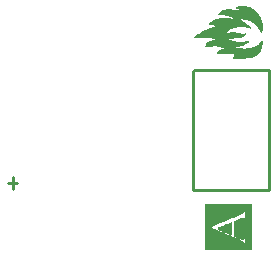
<source format=gto>
%FSLAX23Y23*%
%MOIN*%
G70*
G01*
G75*
%ADD10R,0.118X0.059*%
%ADD11R,0.118X0.039*%
%ADD12R,0.031X0.035*%
%ADD13C,0.010*%
%ADD14C,0.060*%
%ADD15C,0.039*%
%ADD16C,0.236*%
%ADD17C,0.000*%
%ADD18C,0.000*%
D13*
X445Y255D02*
Y295D01*
X430Y275D02*
X460D01*
X1045Y250D02*
X1300D01*
X1045D02*
Y645D01*
X1050Y650D01*
X1300D01*
Y250D02*
Y650D01*
D17*
X1087Y55D02*
Y205D01*
X1087Y55D02*
Y205D01*
X1087Y55D02*
Y205D01*
X1087Y55D02*
Y205D01*
X1088Y55D02*
Y205D01*
X1088Y55D02*
Y205D01*
X1088Y55D02*
Y205D01*
X1089Y55D02*
Y205D01*
X1089Y55D02*
Y205D01*
X1089Y55D02*
Y205D01*
X1090Y55D02*
Y205D01*
X1090Y55D02*
Y205D01*
X1090Y55D02*
Y205D01*
X1090Y55D02*
Y205D01*
X1091Y55D02*
Y205D01*
X1091Y55D02*
Y205D01*
X1091Y55D02*
Y205D01*
X1092Y55D02*
Y205D01*
X1092Y55D02*
Y205D01*
X1092Y55D02*
Y205D01*
X1093Y55D02*
Y205D01*
X1093Y55D02*
Y205D01*
X1093Y55D02*
Y205D01*
X1094Y55D02*
Y205D01*
X1094Y55D02*
Y205D01*
X1094Y55D02*
Y205D01*
X1094Y55D02*
Y205D01*
X1095Y55D02*
Y205D01*
X1095Y55D02*
Y205D01*
X1095Y55D02*
Y205D01*
X1096Y55D02*
Y205D01*
X1096Y55D02*
Y205D01*
X1096Y55D02*
Y205D01*
X1097Y55D02*
Y205D01*
X1097Y55D02*
Y205D01*
X1097Y55D02*
Y205D01*
X1097Y55D02*
Y205D01*
X1098Y55D02*
Y205D01*
X1098Y55D02*
Y205D01*
X1098Y55D02*
Y205D01*
X1099Y55D02*
Y205D01*
X1099Y55D02*
Y205D01*
X1099Y55D02*
Y205D01*
X1099Y55D02*
Y205D01*
X1100Y55D02*
Y205D01*
X1100Y55D02*
Y128D01*
Y131D02*
Y205D01*
X1100Y55D02*
Y128D01*
Y131D02*
Y205D01*
X1101Y55D02*
Y130D01*
Y132D02*
Y205D01*
X1101Y55D02*
Y130D01*
Y132D02*
Y205D01*
X1101Y55D02*
Y128D01*
Y132D02*
Y205D01*
X1102Y55D02*
Y128D01*
Y132D02*
Y205D01*
X1102Y55D02*
Y127D01*
Y132D02*
Y205D01*
X1102Y55D02*
Y128D01*
Y131D02*
Y205D01*
X1102Y55D02*
Y128D01*
Y131D02*
Y205D01*
X1103Y55D02*
Y127D01*
Y132D02*
Y205D01*
X1103Y55D02*
Y127D01*
Y132D02*
Y205D01*
X1103Y55D02*
Y126D01*
Y132D02*
Y205D01*
X1104Y55D02*
Y126D01*
Y132D02*
Y205D01*
X1104Y55D02*
Y126D01*
Y132D02*
Y205D01*
X1104Y55D02*
Y126D01*
Y132D02*
Y205D01*
X1105Y55D02*
Y128D01*
Y133D02*
Y205D01*
X1105Y55D02*
Y128D01*
Y133D02*
Y205D01*
X1105Y55D02*
Y126D01*
Y132D02*
Y205D01*
X1105Y55D02*
Y126D01*
Y132D02*
Y205D01*
X1106Y55D02*
Y125D01*
Y133D02*
Y205D01*
X1106Y55D02*
Y125D01*
Y132D02*
Y205D01*
X1106Y55D02*
Y125D01*
Y132D02*
Y205D01*
X1107Y55D02*
Y125D01*
Y134D02*
Y205D01*
X1107Y55D02*
Y125D01*
Y134D02*
Y205D01*
X1107Y55D02*
Y124D01*
Y133D02*
Y205D01*
X1108Y55D02*
Y124D01*
Y133D02*
Y205D01*
X1108Y55D02*
Y125D01*
Y133D02*
Y205D01*
X1108Y55D02*
Y125D01*
Y133D02*
Y205D01*
X1109Y55D02*
Y123D01*
Y134D02*
Y205D01*
X1109Y55D02*
Y123D01*
Y134D02*
Y205D01*
X1109Y55D02*
Y125D01*
Y135D02*
Y205D01*
X1109Y55D02*
Y125D01*
Y135D02*
Y205D01*
X1110Y55D02*
Y123D01*
Y135D02*
Y205D01*
X1110Y55D02*
Y123D01*
Y135D02*
Y205D01*
X1110Y55D02*
Y123D01*
Y135D02*
Y205D01*
X1111Y55D02*
Y123D01*
Y135D02*
Y205D01*
X1111Y55D02*
Y123D01*
Y135D02*
Y205D01*
X1111Y55D02*
Y123D01*
Y135D02*
Y205D01*
X1112Y55D02*
Y123D01*
Y135D02*
Y205D01*
X1112Y55D02*
Y123D01*
Y136D02*
Y205D01*
X1112Y55D02*
Y123D01*
Y136D02*
Y205D01*
X1112Y55D02*
Y122D01*
Y135D02*
Y205D01*
X1113Y55D02*
Y122D01*
Y135D02*
Y205D01*
X1113Y55D02*
Y123D01*
Y136D02*
Y205D01*
X1113Y55D02*
Y123D01*
Y136D02*
Y205D01*
X1114Y55D02*
Y122D01*
Y137D02*
Y205D01*
X1114Y55D02*
Y122D01*
Y137D02*
Y205D01*
X1114Y55D02*
Y121D01*
Y137D02*
Y205D01*
X1115Y55D02*
Y121D01*
Y137D02*
Y205D01*
X1115Y55D02*
Y123D01*
Y137D02*
Y205D01*
X1115Y55D02*
Y121D01*
Y136D02*
Y205D01*
X1115Y55D02*
Y121D01*
Y136D02*
Y205D01*
X1116Y55D02*
Y121D01*
Y138D02*
Y205D01*
X1116Y55D02*
Y121D01*
Y138D02*
Y205D01*
X1116Y55D02*
Y120D01*
Y137D02*
Y205D01*
X1117Y55D02*
Y120D01*
Y137D02*
Y205D01*
X1117Y55D02*
Y120D01*
Y138D02*
Y205D01*
X1117Y55D02*
Y120D01*
Y138D02*
Y205D01*
X1117Y55D02*
Y120D01*
Y138D02*
Y205D01*
X1118Y55D02*
Y120D01*
Y138D02*
Y205D01*
X1118Y55D02*
Y119D01*
Y138D02*
Y205D01*
X1118Y55D02*
Y119D01*
Y138D02*
Y205D01*
X1119Y55D02*
Y121D01*
Y139D02*
Y205D01*
X1119Y55D02*
Y121D01*
Y139D02*
Y205D01*
X1119Y55D02*
Y119D01*
Y139D02*
Y205D01*
X1120Y55D02*
Y119D01*
Y139D02*
Y205D01*
X1120Y55D02*
Y119D01*
Y139D02*
Y205D01*
X1120Y55D02*
Y119D01*
Y139D02*
Y205D01*
X1120Y55D02*
Y119D01*
Y139D02*
Y205D01*
X1121Y55D02*
Y119D01*
Y140D02*
Y205D01*
X1121Y55D02*
Y119D01*
Y140D02*
Y205D01*
X1121Y55D02*
Y119D01*
Y139D02*
Y205D01*
X1122Y55D02*
Y119D01*
Y139D02*
Y205D01*
X1122Y55D02*
Y118D01*
Y139D02*
Y205D01*
X1122Y55D02*
Y118D01*
Y139D02*
Y205D01*
X1123Y55D02*
Y119D01*
Y140D02*
Y205D01*
X1123Y55D02*
Y119D01*
Y140D02*
Y205D01*
X1123Y55D02*
Y118D01*
Y140D02*
Y205D01*
X1123Y55D02*
Y119D01*
Y141D02*
Y205D01*
X1124Y55D02*
Y119D01*
Y141D02*
Y205D01*
X1124Y55D02*
Y117D01*
Y140D02*
Y205D01*
X1124Y55D02*
Y117D01*
Y140D02*
Y205D01*
X1125Y55D02*
Y117D01*
Y140D02*
Y205D01*
X1125Y55D02*
Y117D01*
Y140D02*
Y205D01*
X1125Y55D02*
Y117D01*
Y141D02*
Y205D01*
X1126Y55D02*
Y117D01*
Y141D02*
Y205D01*
X1126Y55D02*
Y116D01*
Y141D02*
Y205D01*
X1126Y55D02*
Y116D01*
Y141D02*
Y205D01*
X1127Y55D02*
Y116D01*
Y142D02*
Y205D01*
X1127Y55D02*
Y116D01*
Y142D02*
Y205D01*
X1127Y55D02*
Y116D01*
Y141D02*
Y205D01*
X1127Y55D02*
Y116D01*
Y141D02*
Y205D01*
X1128Y55D02*
Y116D01*
Y143D02*
Y205D01*
X1128Y55D02*
Y115D01*
Y123D02*
Y126D01*
Y142D02*
Y205D01*
X1128Y55D02*
Y115D01*
Y123D02*
Y126D01*
Y142D02*
Y205D01*
X1129Y55D02*
Y115D01*
Y123D02*
Y126D01*
Y143D02*
Y205D01*
X1129Y55D02*
Y115D01*
Y123D02*
Y126D01*
Y143D02*
Y205D01*
X1129Y55D02*
Y115D01*
Y123D02*
Y125D01*
Y143D02*
Y205D01*
X1130Y55D02*
Y115D01*
Y123D02*
Y125D01*
Y143D02*
Y205D01*
X1130Y55D02*
Y115D01*
Y123D02*
Y126D01*
Y143D02*
Y205D01*
X1130Y55D02*
Y115D01*
Y123D02*
Y126D01*
Y143D02*
Y205D01*
X1130Y55D02*
Y115D01*
Y121D02*
Y125D01*
Y144D02*
Y205D01*
X1131Y55D02*
Y115D01*
Y121D02*
Y125D01*
Y144D02*
Y205D01*
X1131Y55D02*
Y115D01*
Y123D02*
Y127D01*
Y141D02*
Y205D01*
X1131Y55D02*
Y115D01*
Y123D02*
Y127D01*
Y141D02*
Y205D01*
X1132Y55D02*
Y114D01*
Y121D02*
Y126D01*
Y144D02*
Y205D01*
X1132Y55D02*
Y114D01*
Y121D02*
Y126D01*
Y144D02*
Y205D01*
X1132Y55D02*
Y115D01*
Y122D02*
Y126D01*
Y144D02*
Y205D01*
X1133Y55D02*
Y113D01*
Y120D02*
Y127D01*
Y144D02*
Y205D01*
X1133Y55D02*
Y113D01*
Y120D02*
Y127D01*
Y144D02*
Y205D01*
X1133Y55D02*
Y115D01*
Y120D02*
Y126D01*
Y144D02*
Y205D01*
X1133Y55D02*
Y115D01*
Y120D02*
Y126D01*
Y144D02*
Y205D01*
X1134Y55D02*
Y115D01*
Y121D02*
Y127D01*
Y145D02*
Y205D01*
X1134Y55D02*
Y115D01*
Y121D02*
Y127D01*
Y145D02*
Y205D01*
X1134Y55D02*
Y113D01*
Y119D02*
Y128D01*
Y145D02*
Y205D01*
X1135Y55D02*
Y113D01*
Y119D02*
Y128D01*
Y145D02*
Y205D01*
X1135Y55D02*
Y113D01*
Y121D02*
Y128D01*
Y145D02*
Y205D01*
X1135Y55D02*
Y113D01*
Y121D02*
Y128D01*
Y145D02*
Y205D01*
X1135Y55D02*
Y112D01*
Y119D02*
Y128D01*
Y145D02*
Y205D01*
X1136Y55D02*
Y112D01*
Y119D02*
Y128D01*
Y145D02*
Y205D01*
X1136Y55D02*
Y112D01*
Y120D02*
Y128D01*
Y146D02*
Y205D01*
X1136Y55D02*
Y112D01*
Y120D02*
Y128D01*
Y146D02*
Y205D01*
X1137Y55D02*
Y112D01*
Y119D02*
Y128D01*
Y146D02*
Y205D01*
X1137Y55D02*
Y111D01*
Y119D02*
Y128D01*
Y145D02*
Y205D01*
X1137Y55D02*
Y111D01*
Y119D02*
Y128D01*
Y145D02*
Y205D01*
X1138Y55D02*
Y112D01*
Y119D02*
Y128D01*
Y146D02*
Y205D01*
X1138Y55D02*
Y112D01*
Y119D02*
Y128D01*
Y146D02*
Y205D01*
X1138Y55D02*
Y111D01*
Y119D02*
Y129D01*
Y147D02*
Y205D01*
X1138Y55D02*
Y111D01*
Y119D02*
Y129D01*
Y147D02*
Y205D01*
X1139Y55D02*
Y111D01*
Y119D02*
Y129D01*
Y147D02*
Y205D01*
X1139Y55D02*
Y111D01*
Y119D02*
Y129D01*
Y147D02*
Y205D01*
X1139Y55D02*
Y111D01*
Y119D02*
Y130D01*
Y146D02*
Y205D01*
X1140Y55D02*
Y111D01*
Y119D02*
Y130D01*
Y146D02*
Y205D01*
X1140Y55D02*
Y110D01*
Y118D02*
Y129D01*
Y147D02*
Y205D01*
X1140Y55D02*
Y110D01*
Y118D02*
Y129D01*
Y147D02*
Y205D01*
X1141Y55D02*
Y110D01*
Y119D02*
Y130D01*
Y146D02*
Y205D01*
X1141Y55D02*
Y111D01*
Y118D02*
Y130D01*
Y148D02*
Y205D01*
X1141Y55D02*
Y111D01*
Y118D02*
Y130D01*
Y148D02*
Y205D01*
X1141Y55D02*
Y110D01*
Y118D02*
Y131D01*
Y148D02*
Y205D01*
X1142Y55D02*
Y110D01*
Y118D02*
Y131D01*
Y148D02*
Y205D01*
X1142Y55D02*
Y110D01*
Y117D02*
Y130D01*
Y148D02*
Y205D01*
X1142Y55D02*
Y110D01*
Y117D02*
Y130D01*
Y148D02*
Y205D01*
X1143Y55D02*
Y110D01*
Y117D02*
Y130D01*
Y148D02*
Y205D01*
X1143Y55D02*
Y110D01*
Y117D02*
Y130D01*
Y148D02*
Y205D01*
X1143Y55D02*
Y110D01*
Y116D02*
Y131D01*
Y148D02*
Y205D01*
X1144Y55D02*
Y110D01*
Y116D02*
Y131D01*
Y148D02*
Y205D01*
X1144Y55D02*
Y108D01*
Y117D02*
Y132D01*
Y149D02*
Y205D01*
X1144Y55D02*
Y108D01*
Y117D02*
Y132D01*
Y149D02*
Y205D01*
X1145Y55D02*
Y110D01*
Y116D02*
Y132D01*
Y149D02*
Y205D01*
X1145Y55D02*
Y110D01*
Y116D02*
Y132D01*
Y149D02*
Y205D01*
X1145Y55D02*
Y108D01*
Y116D02*
Y132D01*
Y149D02*
Y205D01*
X1145Y55D02*
Y108D01*
Y115D02*
Y132D01*
Y150D02*
Y205D01*
X1146Y55D02*
Y108D01*
Y115D02*
Y132D01*
Y150D02*
Y205D01*
X1146Y55D02*
Y107D01*
Y116D02*
Y132D01*
Y149D02*
Y205D01*
X1146Y55D02*
Y107D01*
Y116D02*
Y132D01*
Y149D02*
Y205D01*
X1147Y55D02*
Y109D01*
Y115D02*
Y132D01*
Y150D02*
Y205D01*
X1147Y55D02*
Y109D01*
Y115D02*
Y132D01*
Y150D02*
Y205D01*
X1147Y55D02*
Y107D01*
Y115D02*
Y133D01*
Y149D02*
Y205D01*
X1148Y55D02*
Y107D01*
Y115D02*
Y133D01*
Y149D02*
Y205D01*
X1148Y55D02*
Y107D01*
Y115D02*
Y132D01*
Y149D02*
Y205D01*
X1148Y55D02*
Y107D01*
Y115D02*
Y132D01*
Y149D02*
Y205D01*
X1148Y55D02*
Y107D01*
Y115D02*
Y133D01*
Y151D02*
Y205D01*
X1149Y55D02*
Y107D01*
Y115D02*
Y133D01*
Y151D02*
Y205D01*
X1149Y55D02*
Y106D01*
Y113D02*
Y133D01*
Y150D02*
Y205D01*
X1149Y55D02*
Y106D01*
Y113D02*
Y133D01*
Y150D02*
Y205D01*
X1150Y55D02*
Y107D01*
Y114D02*
Y133D01*
Y151D02*
Y205D01*
X1150Y55D02*
Y106D01*
Y115D02*
Y134D01*
Y152D02*
Y205D01*
X1150Y55D02*
Y106D01*
Y115D02*
Y134D01*
Y152D02*
Y205D01*
X1151Y55D02*
Y106D01*
Y114D02*
Y134D01*
Y152D02*
Y205D01*
X1151Y55D02*
Y106D01*
Y114D02*
Y134D01*
Y152D02*
Y205D01*
X1151Y55D02*
Y106D01*
Y113D02*
Y135D01*
Y150D02*
Y205D01*
X1151Y55D02*
Y106D01*
Y113D02*
Y135D01*
Y150D02*
Y205D01*
X1152Y55D02*
Y106D01*
Y113D02*
Y135D01*
Y152D02*
Y205D01*
X1152Y55D02*
Y106D01*
Y113D02*
Y135D01*
Y152D02*
Y205D01*
X1152Y55D02*
Y105D01*
Y113D02*
Y134D01*
Y153D02*
Y205D01*
X1153Y55D02*
Y105D01*
Y113D02*
Y134D01*
Y153D02*
Y205D01*
X1153Y55D02*
Y105D01*
Y113D02*
Y135D01*
Y152D02*
Y205D01*
X1153Y55D02*
Y105D01*
Y113D02*
Y135D01*
Y152D02*
Y205D01*
X1153Y55D02*
Y105D01*
Y113D02*
Y135D01*
Y153D02*
Y205D01*
X1154Y55D02*
Y105D01*
Y113D02*
Y135D01*
Y153D02*
Y205D01*
X1154Y55D02*
Y104D01*
Y113D02*
Y135D01*
Y152D02*
Y205D01*
X1154Y55D02*
Y105D01*
Y112D02*
Y137D01*
Y153D02*
Y205D01*
X1155Y55D02*
Y105D01*
Y112D02*
Y137D01*
Y153D02*
Y205D01*
X1155Y55D02*
Y104D01*
Y112D02*
Y136D01*
Y154D02*
Y205D01*
X1155Y55D02*
Y104D01*
Y112D02*
Y136D01*
Y154D02*
Y205D01*
X1156Y55D02*
Y105D01*
Y111D02*
Y137D01*
Y153D02*
Y205D01*
X1156Y55D02*
Y105D01*
Y111D02*
Y137D01*
Y153D02*
Y205D01*
X1156Y55D02*
Y103D01*
Y111D02*
Y136D01*
Y154D02*
Y205D01*
X1156Y55D02*
Y103D01*
Y111D02*
Y136D01*
Y154D02*
Y205D01*
X1157Y55D02*
Y103D01*
Y111D02*
Y137D01*
Y154D02*
Y205D01*
X1157Y55D02*
Y103D01*
Y111D02*
Y137D01*
Y154D02*
Y205D01*
X1157Y55D02*
Y103D01*
Y111D02*
Y137D01*
Y154D02*
Y205D01*
X1158Y55D02*
Y103D01*
Y111D02*
Y137D01*
Y154D02*
Y205D01*
X1158Y55D02*
Y102D01*
Y111D02*
Y138D01*
Y154D02*
Y205D01*
X1158Y55D02*
Y103D01*
Y111D02*
Y137D01*
Y155D02*
Y205D01*
X1159Y55D02*
Y103D01*
Y111D02*
Y137D01*
Y155D02*
Y205D01*
X1159Y55D02*
Y102D01*
Y110D02*
Y137D01*
Y155D02*
Y205D01*
X1159Y55D02*
Y102D01*
Y110D02*
Y137D01*
Y155D02*
Y205D01*
X1160Y55D02*
Y103D01*
Y110D02*
Y138D01*
Y155D02*
Y205D01*
X1160Y55D02*
Y103D01*
Y110D02*
Y138D01*
Y155D02*
Y205D01*
X1160Y55D02*
Y101D01*
Y110D02*
Y138D01*
Y156D02*
Y205D01*
X1160Y55D02*
Y101D01*
Y110D02*
Y138D01*
Y156D02*
Y205D01*
X1161Y55D02*
Y101D01*
Y110D02*
Y138D01*
Y155D02*
Y205D01*
X1161Y55D02*
Y101D01*
Y110D02*
Y138D01*
Y155D02*
Y205D01*
X1161Y55D02*
Y101D01*
Y109D02*
Y138D01*
Y155D02*
Y205D01*
X1162Y55D02*
Y101D01*
Y109D02*
Y138D01*
Y155D02*
Y205D01*
X1162Y55D02*
Y101D01*
Y107D02*
Y139D01*
Y157D02*
Y205D01*
X1162Y55D02*
Y101D01*
Y107D02*
Y139D01*
Y157D02*
Y205D01*
X1163Y55D02*
Y101D01*
Y109D02*
Y139D01*
Y156D02*
Y205D01*
X1163Y55D02*
Y101D01*
Y107D02*
Y139D01*
Y157D02*
Y205D01*
X1163Y55D02*
Y101D01*
Y107D02*
Y139D01*
Y157D02*
Y205D01*
X1163Y55D02*
Y101D01*
Y108D02*
Y139D01*
Y157D02*
Y205D01*
X1164Y55D02*
Y101D01*
Y108D02*
Y139D01*
Y157D02*
Y205D01*
X1164Y55D02*
Y100D01*
Y107D02*
Y139D01*
Y157D02*
Y205D01*
X1164Y55D02*
Y100D01*
Y107D02*
Y139D01*
Y157D02*
Y205D01*
X1165Y55D02*
Y99D01*
Y107D02*
Y140D01*
Y158D02*
Y205D01*
X1165Y55D02*
Y99D01*
Y107D02*
Y140D01*
Y158D02*
Y205D01*
X1165Y55D02*
Y101D01*
Y108D02*
Y140D01*
Y158D02*
Y205D01*
X1166Y55D02*
Y101D01*
Y108D02*
Y140D01*
Y158D02*
Y205D01*
X1166Y55D02*
Y99D01*
Y107D02*
Y141D01*
Y159D02*
Y205D01*
X1166Y55D02*
Y99D01*
Y107D02*
Y141D01*
Y159D02*
Y205D01*
X1166Y55D02*
Y100D01*
Y106D02*
Y140D01*
Y158D02*
Y205D01*
X1167Y55D02*
Y100D01*
Y106D02*
Y140D01*
Y158D02*
Y205D01*
X1167Y55D02*
Y99D01*
Y107D02*
Y141D01*
Y159D02*
Y205D01*
X1167Y55D02*
Y100D01*
Y107D02*
Y142D01*
Y159D02*
Y205D01*
X1168Y55D02*
Y100D01*
Y107D02*
Y142D01*
Y159D02*
Y205D01*
X1168Y55D02*
Y98D01*
Y106D02*
Y141D01*
Y158D02*
Y205D01*
X1168Y55D02*
Y98D01*
Y106D02*
Y141D01*
Y158D02*
Y205D01*
X1168Y55D02*
Y98D01*
Y105D02*
Y141D01*
Y159D02*
Y205D01*
X1169Y55D02*
Y98D01*
Y105D02*
Y141D01*
Y159D02*
Y205D01*
X1169Y55D02*
Y98D01*
Y106D02*
Y142D01*
Y159D02*
Y205D01*
X1169Y55D02*
Y98D01*
Y106D02*
Y142D01*
Y159D02*
Y205D01*
X1170Y55D02*
Y98D01*
Y105D02*
Y141D01*
Y159D02*
Y205D01*
X1170Y55D02*
Y98D01*
Y105D02*
Y141D01*
Y159D02*
Y205D01*
X1170Y55D02*
Y98D01*
Y106D02*
Y142D01*
Y159D02*
Y205D01*
X1171Y55D02*
Y98D01*
Y106D02*
Y142D01*
Y159D02*
Y205D01*
X1171Y55D02*
Y97D01*
Y105D02*
Y143D01*
Y160D02*
Y205D01*
X1171Y55D02*
Y97D01*
Y105D02*
Y143D01*
Y161D02*
Y205D01*
X1171Y55D02*
Y97D01*
Y105D02*
Y143D01*
Y161D02*
Y205D01*
X1172Y55D02*
Y97D01*
Y104D02*
Y143D01*
Y161D02*
Y205D01*
X1172Y55D02*
Y97D01*
Y104D02*
Y143D01*
Y161D02*
Y205D01*
X1172Y55D02*
Y96D01*
Y105D02*
Y143D01*
Y161D02*
Y205D01*
X1173Y55D02*
Y96D01*
Y105D02*
Y143D01*
Y161D02*
Y205D01*
X1173Y55D02*
Y97D01*
Y105D02*
Y143D01*
Y161D02*
Y205D01*
X1173Y55D02*
Y97D01*
Y105D02*
Y143D01*
Y161D02*
Y205D01*
X1174Y55D02*
Y96D01*
Y104D02*
Y144D01*
Y161D02*
Y205D01*
X1174Y55D02*
Y96D01*
Y104D02*
Y144D01*
Y161D02*
Y205D01*
X1174Y55D02*
Y95D01*
Y162D02*
Y205D01*
X1174Y55D02*
Y95D01*
Y162D02*
Y205D01*
X1175Y55D02*
Y95D01*
Y162D02*
Y205D01*
X1175Y55D02*
Y95D01*
Y162D02*
Y205D01*
X1175Y55D02*
Y96D01*
Y162D02*
Y205D01*
X1176Y55D02*
Y95D01*
Y162D02*
Y205D01*
X1176Y55D02*
Y95D01*
Y162D02*
Y205D01*
X1176Y55D02*
Y95D01*
Y163D02*
Y205D01*
X1177Y55D02*
Y95D01*
Y163D02*
Y205D01*
X1177Y55D02*
Y94D01*
Y163D02*
Y205D01*
X1177Y55D02*
Y94D01*
Y163D02*
Y205D01*
X1178Y55D02*
Y95D01*
Y162D02*
Y205D01*
X1178Y55D02*
Y95D01*
Y162D02*
Y205D01*
X1178Y55D02*
Y94D01*
Y163D02*
Y205D01*
X1178Y55D02*
Y94D01*
Y163D02*
Y205D01*
X1179Y55D02*
Y95D01*
Y163D02*
Y205D01*
X1179Y55D02*
Y95D01*
Y163D02*
Y205D01*
X1179Y55D02*
Y93D01*
Y164D02*
Y205D01*
X1180Y55D02*
Y93D01*
Y164D02*
Y205D01*
X1180Y55D02*
Y94D01*
Y163D02*
Y205D01*
X1180Y55D02*
Y94D01*
Y164D02*
Y205D01*
X1181Y55D02*
Y94D01*
Y164D02*
Y205D01*
X1181Y55D02*
Y93D01*
Y164D02*
Y205D01*
X1181Y55D02*
Y93D01*
Y164D02*
Y205D01*
X1181Y55D02*
Y94D01*
Y164D02*
Y205D01*
X1182Y55D02*
Y94D01*
Y164D02*
Y205D01*
X1182Y55D02*
Y92D01*
Y165D02*
Y205D01*
X1182Y55D02*
Y92D01*
Y165D02*
Y205D01*
X1183Y55D02*
Y94D01*
Y100D02*
Y148D01*
Y164D02*
Y205D01*
X1183Y55D02*
Y94D01*
Y100D02*
Y148D01*
Y164D02*
Y205D01*
X1183Y55D02*
Y92D01*
Y99D02*
Y148D01*
Y166D02*
Y205D01*
X1184Y55D02*
Y92D01*
Y99D02*
Y148D01*
Y166D02*
Y205D01*
X1184Y55D02*
Y92D01*
Y100D02*
Y149D01*
Y166D02*
Y205D01*
X1184Y55D02*
Y92D01*
Y100D02*
Y149D01*
Y166D02*
Y205D01*
X1184Y55D02*
Y91D01*
Y99D02*
Y148D01*
Y163D02*
Y205D01*
X1185Y55D02*
Y91D01*
Y98D02*
Y148D01*
Y148D02*
Y149D01*
Y166D02*
Y205D01*
X1185Y55D02*
Y91D01*
Y98D02*
Y148D01*
Y148D02*
Y149D01*
Y166D02*
Y205D01*
X1185Y55D02*
Y91D01*
Y99D02*
Y148D01*
Y166D02*
Y205D01*
X1186Y55D02*
Y91D01*
Y99D02*
Y148D01*
Y166D02*
Y205D01*
X1186Y55D02*
Y90D01*
Y98D02*
Y148D01*
Y167D02*
Y205D01*
X1186Y55D02*
Y90D01*
Y98D02*
Y148D01*
Y167D02*
Y205D01*
X1186Y55D02*
Y91D01*
Y99D02*
Y149D01*
Y167D02*
Y205D01*
X1187Y55D02*
Y91D01*
Y99D02*
Y149D01*
Y167D02*
Y205D01*
X1187Y55D02*
Y90D01*
Y98D02*
Y149D01*
Y167D02*
Y205D01*
X1187Y55D02*
Y90D01*
Y98D02*
Y149D01*
Y167D02*
Y205D01*
X1188Y55D02*
Y89D01*
Y98D02*
Y149D01*
Y164D02*
Y205D01*
X1188Y55D02*
Y89D01*
Y98D02*
Y149D01*
Y164D02*
Y205D01*
X1188Y55D02*
Y89D01*
Y98D02*
Y149D01*
Y167D02*
Y205D01*
X1189Y55D02*
Y92D01*
Y97D02*
Y150D01*
Y168D02*
Y205D01*
X1189Y55D02*
Y92D01*
Y97D02*
Y150D01*
Y168D02*
Y205D01*
X1189Y55D02*
Y89D01*
Y97D02*
Y150D01*
Y168D02*
Y205D01*
X1189Y55D02*
Y89D01*
Y97D02*
Y150D01*
Y168D02*
Y205D01*
X1190Y55D02*
Y89D01*
Y96D02*
Y150D01*
Y168D02*
Y205D01*
X1190Y55D02*
Y89D01*
Y96D02*
Y150D01*
Y168D02*
Y205D01*
X1190Y55D02*
Y88D01*
Y97D02*
Y150D01*
Y168D02*
Y205D01*
X1191Y55D02*
Y88D01*
Y97D02*
Y150D01*
Y168D02*
Y205D01*
X1191Y55D02*
Y88D01*
Y96D02*
Y150D01*
Y168D02*
Y205D01*
X1191Y55D02*
Y88D01*
Y96D02*
Y150D01*
Y168D02*
Y205D01*
X1192Y55D02*
Y88D01*
Y97D02*
Y151D01*
Y168D02*
Y205D01*
X1192Y55D02*
Y88D01*
Y97D02*
Y151D01*
Y168D02*
Y205D01*
X1192Y55D02*
Y90D01*
Y96D02*
Y152D01*
Y169D02*
Y205D01*
X1192Y55D02*
Y90D01*
Y96D02*
Y152D01*
Y169D02*
Y205D01*
X1193Y55D02*
Y88D01*
Y96D02*
Y152D01*
Y169D02*
Y205D01*
X1193Y55D02*
Y88D01*
Y95D02*
Y152D01*
Y168D02*
Y205D01*
X1193Y55D02*
Y88D01*
Y95D02*
Y152D01*
Y168D02*
Y205D01*
X1194Y55D02*
Y87D01*
Y95D02*
Y152D01*
Y170D02*
Y205D01*
X1194Y55D02*
Y87D01*
Y95D02*
Y152D01*
Y170D02*
Y205D01*
X1194Y55D02*
Y86D01*
Y95D02*
Y152D01*
Y168D02*
Y205D01*
X1195Y55D02*
Y86D01*
Y95D02*
Y152D01*
Y168D02*
Y205D01*
X1195Y55D02*
Y86D01*
Y94D02*
Y153D01*
Y170D02*
Y205D01*
X1195Y55D02*
Y86D01*
Y94D02*
Y153D01*
Y170D02*
Y205D01*
X1196Y55D02*
Y88D01*
Y94D02*
Y152D01*
Y170D02*
Y205D01*
X1196Y55D02*
Y88D01*
Y94D02*
Y152D01*
Y170D02*
Y205D01*
X1196Y55D02*
Y86D01*
Y93D02*
Y154D01*
Y171D02*
Y205D01*
X1196Y55D02*
Y86D01*
Y93D02*
Y154D01*
Y171D02*
Y205D01*
X1197Y55D02*
Y86D01*
Y94D02*
Y153D01*
Y170D02*
Y205D01*
X1197Y55D02*
Y86D01*
Y94D02*
Y153D01*
Y170D02*
Y205D01*
X1197Y55D02*
Y85D01*
Y93D02*
Y153D01*
Y171D02*
Y205D01*
X1198Y55D02*
Y87D01*
Y94D02*
Y154D01*
Y171D02*
Y205D01*
X1198Y55D02*
Y87D01*
Y94D02*
Y154D01*
Y171D02*
Y205D01*
X1198Y55D02*
Y85D01*
Y93D02*
Y154D01*
Y172D02*
Y205D01*
X1199Y55D02*
Y85D01*
Y93D02*
Y154D01*
Y172D02*
Y205D01*
X1199Y55D02*
Y85D01*
Y93D02*
Y154D01*
Y172D02*
Y205D01*
X1199Y55D02*
Y85D01*
Y93D02*
Y154D01*
Y172D02*
Y205D01*
X1199Y55D02*
Y84D01*
Y92D02*
Y154D01*
Y171D02*
Y205D01*
X1200Y55D02*
Y84D01*
Y92D02*
Y154D01*
Y171D02*
Y205D01*
X1200Y55D02*
Y84D01*
Y93D02*
Y154D01*
Y172D02*
Y205D01*
X1200Y55D02*
Y84D01*
Y93D02*
Y154D01*
Y172D02*
Y205D01*
X1201Y55D02*
Y85D01*
Y93D02*
Y154D01*
Y172D02*
Y205D01*
X1201Y55D02*
Y85D01*
Y93D02*
Y154D01*
Y172D02*
Y205D01*
X1201Y55D02*
Y84D01*
Y92D02*
Y154D01*
Y173D02*
Y205D01*
X1202Y55D02*
Y84D01*
Y92D02*
Y154D01*
Y173D02*
Y205D01*
X1202Y55D02*
Y85D01*
Y92D02*
Y156D01*
Y173D02*
Y205D01*
X1202Y55D02*
Y84D01*
Y92D02*
Y155D01*
Y174D02*
Y205D01*
X1202Y55D02*
Y84D01*
Y92D02*
Y155D01*
Y174D02*
Y205D01*
X1203Y55D02*
Y84D01*
Y91D02*
Y156D01*
Y174D02*
Y205D01*
X1203Y55D02*
Y84D01*
Y91D02*
Y156D01*
Y174D02*
Y205D01*
X1203Y55D02*
Y83D01*
Y91D02*
Y157D01*
Y174D02*
Y205D01*
X1204Y55D02*
Y83D01*
Y91D02*
Y157D01*
Y174D02*
Y205D01*
X1204Y55D02*
Y83D01*
Y92D02*
Y155D01*
Y172D02*
Y205D01*
X1204Y55D02*
Y83D01*
Y92D02*
Y155D01*
Y172D02*
Y205D01*
X1204Y55D02*
Y83D01*
Y90D02*
Y156D01*
Y174D02*
Y205D01*
X1205Y55D02*
Y83D01*
Y90D02*
Y156D01*
Y174D02*
Y205D01*
X1205Y55D02*
Y82D01*
Y90D02*
Y157D01*
Y175D02*
Y205D01*
X1205Y55D02*
Y82D01*
Y90D02*
Y157D01*
Y175D02*
Y205D01*
X1206Y55D02*
Y83D01*
Y89D02*
Y156D01*
Y175D02*
Y205D01*
X1206Y55D02*
Y83D01*
Y90D02*
Y157D01*
Y175D02*
Y205D01*
X1206Y55D02*
Y83D01*
Y90D02*
Y157D01*
Y175D02*
Y205D01*
X1207Y55D02*
Y81D01*
Y90D02*
Y157D01*
Y176D02*
Y205D01*
X1207Y55D02*
Y81D01*
Y90D02*
Y157D01*
Y176D02*
Y205D01*
X1207Y55D02*
Y82D01*
Y90D02*
Y157D01*
Y176D02*
Y205D01*
X1207Y55D02*
Y82D01*
Y90D02*
Y157D01*
Y176D02*
Y205D01*
X1208Y55D02*
Y81D01*
Y89D02*
Y157D01*
Y175D02*
Y205D01*
X1208Y55D02*
Y81D01*
Y89D02*
Y157D01*
Y175D02*
Y205D01*
X1208Y55D02*
Y80D01*
Y89D02*
Y158D01*
Y176D02*
Y205D01*
X1209Y55D02*
Y80D01*
Y89D02*
Y158D01*
Y176D02*
Y205D01*
X1209Y55D02*
Y81D01*
Y90D02*
Y157D01*
Y175D02*
Y205D01*
X1209Y55D02*
Y81D01*
Y90D02*
Y157D01*
Y175D02*
Y205D01*
X1210Y55D02*
Y80D01*
Y89D02*
Y159D01*
Y176D02*
Y205D01*
X1210Y55D02*
Y80D01*
Y89D02*
Y159D01*
Y176D02*
Y205D01*
X1210Y55D02*
Y80D01*
Y90D02*
Y157D01*
Y177D02*
Y205D01*
X1211Y55D02*
Y79D01*
Y89D02*
Y158D01*
Y178D02*
Y205D01*
X1211Y55D02*
Y79D01*
Y89D02*
Y158D01*
Y178D02*
Y205D01*
X1211Y55D02*
Y79D01*
Y88D02*
Y157D01*
Y177D02*
Y205D01*
X1211Y55D02*
Y79D01*
Y88D02*
Y157D01*
Y177D02*
Y205D01*
X1212Y55D02*
Y79D01*
Y89D02*
Y157D01*
Y179D02*
Y205D01*
X1212Y55D02*
Y79D01*
Y89D02*
Y157D01*
Y179D02*
Y205D01*
X1212Y55D02*
Y78D01*
Y90D02*
Y157D01*
Y179D02*
Y205D01*
X1213Y55D02*
Y78D01*
Y90D02*
Y157D01*
Y179D02*
Y205D01*
X1213Y55D02*
Y79D01*
Y89D02*
Y157D01*
Y179D02*
Y205D01*
X1213Y55D02*
Y79D01*
Y89D02*
Y157D01*
Y179D02*
Y205D01*
X1214Y55D02*
Y78D01*
Y89D02*
Y157D01*
Y179D02*
Y205D01*
X1214Y55D02*
Y78D01*
Y89D02*
Y157D01*
Y179D02*
Y205D01*
X1214Y55D02*
Y78D01*
Y90D02*
Y158D01*
Y180D02*
Y205D01*
X1214Y55D02*
Y78D01*
Y90D02*
Y158D01*
Y180D02*
Y205D01*
X1215Y55D02*
Y76D01*
Y90D02*
Y157D01*
Y180D02*
Y205D01*
X1215Y55D02*
Y76D01*
Y90D02*
Y156D01*
Y181D02*
Y205D01*
X1215Y55D02*
Y76D01*
Y90D02*
Y156D01*
Y181D02*
Y205D01*
X1216Y55D02*
Y76D01*
Y91D02*
Y157D01*
Y183D02*
Y205D01*
X1216Y55D02*
Y76D01*
Y91D02*
Y157D01*
Y183D02*
Y205D01*
X1216Y55D02*
Y74D01*
Y92D02*
Y155D01*
Y183D02*
Y205D01*
X1217Y55D02*
Y74D01*
Y92D02*
Y155D01*
Y183D02*
Y205D01*
X1217Y55D02*
Y74D01*
Y92D02*
Y154D01*
Y184D02*
Y205D01*
X1217Y55D02*
Y74D01*
Y92D02*
Y154D01*
Y184D02*
Y205D01*
X1217Y55D02*
Y72D01*
Y93D02*
Y154D01*
Y184D02*
Y205D01*
X1218Y55D02*
Y72D01*
Y93D02*
Y154D01*
Y184D02*
Y205D01*
X1218Y55D02*
Y71D01*
Y95D02*
Y152D01*
Y185D02*
Y205D01*
X1218Y55D02*
Y71D01*
Y95D02*
Y152D01*
Y185D02*
Y205D01*
X1219Y55D02*
Y68D01*
Y98D02*
Y151D01*
Y189D02*
Y205D01*
X1219Y55D02*
Y68D01*
Y98D02*
Y151D01*
Y189D02*
Y205D01*
X1219Y55D02*
Y66D01*
Y103D02*
Y145D01*
Y190D02*
Y191D01*
Y191D02*
Y205D01*
X1219Y55D02*
Y67D01*
Y102D02*
Y145D01*
Y190D02*
Y191D01*
Y192D02*
Y205D01*
X1220Y55D02*
Y67D01*
Y102D02*
Y145D01*
Y190D02*
Y191D01*
Y192D02*
Y205D01*
X1220Y55D02*
Y66D01*
Y103D02*
Y145D01*
Y193D02*
Y205D01*
X1220Y55D02*
Y66D01*
Y103D02*
Y145D01*
Y193D02*
Y205D01*
X1221Y55D02*
Y66D01*
Y103D02*
Y145D01*
Y191D02*
Y205D01*
X1221Y55D02*
Y66D01*
Y103D02*
Y145D01*
Y191D02*
Y205D01*
X1221Y55D02*
Y66D01*
Y68D02*
Y101D01*
Y103D02*
Y191D01*
Y192D02*
Y205D01*
X1222Y55D02*
Y66D01*
Y68D02*
Y101D01*
Y103D02*
Y191D01*
Y192D02*
Y205D01*
X1222Y55D02*
Y205D01*
X1222Y55D02*
Y205D01*
X1222Y55D02*
Y205D01*
X1223Y55D02*
Y205D01*
X1223Y55D02*
Y205D01*
X1223Y55D02*
Y205D01*
X1224Y55D02*
Y205D01*
X1224Y55D02*
Y205D01*
X1224Y55D02*
Y205D01*
X1225Y55D02*
Y205D01*
X1225Y55D02*
Y205D01*
X1225Y55D02*
Y205D01*
X1225Y55D02*
Y205D01*
X1226Y55D02*
Y205D01*
X1226Y55D02*
Y205D01*
X1226Y55D02*
Y205D01*
X1227Y55D02*
Y205D01*
X1227Y55D02*
Y205D01*
X1227Y55D02*
Y205D01*
X1228Y55D02*
Y205D01*
X1228Y55D02*
Y205D01*
X1228Y55D02*
Y205D01*
X1229Y55D02*
Y205D01*
X1229Y55D02*
Y205D01*
X1229Y55D02*
Y205D01*
X1229Y55D02*
Y205D01*
X1230Y55D02*
Y205D01*
X1230Y55D02*
Y205D01*
X1230Y55D02*
Y205D01*
X1231Y55D02*
Y205D01*
X1231Y55D02*
Y205D01*
X1231Y55D02*
Y205D01*
X1232Y55D02*
Y205D01*
X1232Y55D02*
Y205D01*
X1232Y55D02*
Y205D01*
X1232Y55D02*
Y205D01*
X1233Y55D02*
Y205D01*
X1233Y55D02*
Y205D01*
X1233Y55D02*
Y205D01*
X1234Y55D02*
Y205D01*
X1234Y55D02*
Y205D01*
X1234Y55D02*
Y205D01*
X1235Y55D02*
Y205D01*
X1235Y55D02*
Y205D01*
X1235Y55D02*
Y205D01*
X1235Y55D02*
Y205D01*
X1236Y55D02*
Y205D01*
X1236Y55D02*
Y205D01*
X1236Y55D02*
Y205D01*
X1237Y55D02*
Y205D01*
X1237Y55D02*
Y205D01*
X1237Y55D02*
Y205D01*
X1237Y55D02*
Y205D01*
X1238Y55D02*
Y205D01*
X1238Y55D02*
Y205D01*
X1238Y55D02*
Y205D01*
D18*
X1277Y749D02*
Y749D01*
Y748D02*
Y748D01*
Y744D02*
Y748D01*
X1276Y744D02*
Y749D01*
X1276Y743D02*
Y749D01*
X1276Y742D02*
Y749D01*
X1276Y741D02*
Y749D01*
X1276Y789D02*
Y799D01*
Y741D02*
Y749D01*
X1275Y788D02*
Y801D01*
Y740D02*
Y749D01*
X1275Y787D02*
Y803D01*
Y739D02*
Y749D01*
X1275Y786D02*
Y805D01*
Y738D02*
Y748D01*
X1275Y785D02*
Y807D01*
Y738D02*
Y748D01*
X1275Y784D02*
Y808D01*
Y737D02*
Y748D01*
X1274Y783D02*
Y809D01*
Y736D02*
Y748D01*
X1274Y782D02*
Y810D01*
Y736D02*
Y747D01*
X1274Y781D02*
Y810D01*
Y735D02*
Y747D01*
X1274Y780D02*
Y811D01*
Y734D02*
Y747D01*
X1274Y779D02*
Y812D01*
Y733D02*
Y747D01*
X1273Y779D02*
Y812D01*
Y732D02*
Y746D01*
X1273Y779D02*
Y813D01*
Y730D02*
Y746D01*
X1273Y779D02*
Y814D01*
Y729D02*
Y746D01*
X1273Y779D02*
Y814D01*
Y727D02*
Y746D01*
X1273Y779D02*
Y815D01*
Y727D02*
Y745D01*
X1272Y780D02*
Y816D01*
Y726D02*
Y745D01*
X1272Y780D02*
Y816D01*
Y725D02*
Y745D01*
X1272Y781D02*
Y817D01*
Y725D02*
Y745D01*
X1272Y781D02*
Y818D01*
Y724D02*
Y744D01*
X1272Y781D02*
Y818D01*
Y724D02*
Y744D01*
X1271Y782D02*
Y819D01*
Y723D02*
Y744D01*
X1271Y782D02*
Y819D01*
Y722D02*
Y744D01*
X1271Y782D02*
Y820D01*
Y722D02*
Y744D01*
X1271Y783D02*
Y820D01*
Y721D02*
Y743D01*
X1271Y783D02*
Y821D01*
Y721D02*
Y743D01*
X1270Y783D02*
Y821D01*
Y720D02*
Y743D01*
X1270Y784D02*
Y822D01*
Y720D02*
Y743D01*
X1270Y784D02*
Y822D01*
Y720D02*
Y742D01*
X1270Y784D02*
Y822D01*
Y719D02*
Y742D01*
X1270Y785D02*
Y823D01*
Y719D02*
Y742D01*
X1269Y785D02*
Y823D01*
Y719D02*
Y742D01*
X1269Y785D02*
Y824D01*
Y718D02*
Y742D01*
X1269Y786D02*
Y824D01*
Y718D02*
Y741D01*
X1269Y786D02*
Y825D01*
Y718D02*
Y741D01*
X1269Y786D02*
Y825D01*
Y717D02*
Y741D01*
X1268Y787D02*
Y825D01*
Y717D02*
Y741D01*
X1268Y787D02*
Y826D01*
Y717D02*
Y740D01*
X1268Y787D02*
Y826D01*
Y716D02*
Y740D01*
X1268Y788D02*
Y827D01*
Y716D02*
Y740D01*
X1268Y788D02*
Y827D01*
Y716D02*
Y740D01*
X1267Y788D02*
Y827D01*
Y715D02*
Y740D01*
X1267Y789D02*
Y828D01*
Y715D02*
Y739D01*
X1267Y789D02*
Y828D01*
Y714D02*
Y739D01*
X1267Y789D02*
Y828D01*
Y714D02*
Y739D01*
X1267Y790D02*
Y829D01*
Y713D02*
Y739D01*
X1266Y790D02*
Y829D01*
Y713D02*
Y738D01*
X1266Y790D02*
Y829D01*
Y712D02*
Y738D01*
X1266Y791D02*
Y830D01*
Y712D02*
Y738D01*
X1266Y791D02*
Y830D01*
Y711D02*
Y738D01*
X1266Y791D02*
Y830D01*
Y711D02*
Y738D01*
X1265Y792D02*
Y831D01*
Y711D02*
Y737D01*
X1265Y792D02*
Y831D01*
Y711D02*
Y737D01*
X1265Y792D02*
Y831D01*
Y711D02*
Y737D01*
X1265Y793D02*
Y832D01*
Y711D02*
Y737D01*
X1265Y793D02*
Y832D01*
Y710D02*
Y737D01*
X1264Y793D02*
Y832D01*
Y710D02*
Y736D01*
X1264Y794D02*
Y833D01*
Y710D02*
Y736D01*
X1264Y794D02*
Y833D01*
Y710D02*
Y736D01*
X1264Y794D02*
Y833D01*
Y710D02*
Y736D01*
X1264Y795D02*
Y834D01*
Y710D02*
Y735D01*
X1263Y795D02*
Y834D01*
Y709D02*
Y735D01*
X1263Y795D02*
Y834D01*
Y709D02*
Y735D01*
X1263Y796D02*
Y835D01*
Y709D02*
Y735D01*
X1263Y796D02*
Y835D01*
Y709D02*
Y735D01*
X1263Y796D02*
Y835D01*
Y709D02*
Y735D01*
X1262Y797D02*
Y836D01*
Y709D02*
Y734D01*
X1262Y797D02*
Y836D01*
Y709D02*
Y734D01*
X1262Y797D02*
Y836D01*
Y708D02*
Y734D01*
X1262Y797D02*
Y837D01*
Y708D02*
Y734D01*
X1262Y798D02*
Y837D01*
Y708D02*
Y734D01*
X1261Y798D02*
Y837D01*
Y708D02*
Y734D01*
X1261Y798D02*
Y838D01*
Y708D02*
Y734D01*
X1261Y799D02*
Y838D01*
Y708D02*
Y733D01*
X1261Y799D02*
Y838D01*
Y708D02*
Y733D01*
X1261Y799D02*
Y838D01*
Y707D02*
Y733D01*
X1260Y799D02*
Y839D01*
Y707D02*
Y733D01*
X1260Y799D02*
Y839D01*
Y707D02*
Y733D01*
X1260Y800D02*
Y839D01*
Y707D02*
Y733D01*
X1260Y800D02*
Y840D01*
Y707D02*
Y732D01*
X1260Y800D02*
Y840D01*
Y707D02*
Y732D01*
X1259Y800D02*
Y840D01*
Y706D02*
Y732D01*
X1259Y800D02*
Y840D01*
Y706D02*
Y732D01*
X1259Y801D02*
Y841D01*
Y706D02*
Y732D01*
X1259Y801D02*
Y841D01*
Y706D02*
Y732D01*
X1259Y801D02*
Y841D01*
Y706D02*
Y732D01*
X1258Y801D02*
Y841D01*
Y706D02*
Y732D01*
X1258Y801D02*
Y841D01*
Y706D02*
Y732D01*
X1258Y802D02*
Y842D01*
Y705D02*
Y731D01*
X1258Y802D02*
Y842D01*
Y705D02*
Y731D01*
X1258Y802D02*
Y842D01*
Y705D02*
Y731D01*
X1257Y802D02*
Y842D01*
Y705D02*
Y731D01*
X1257Y802D02*
Y843D01*
Y705D02*
Y731D01*
X1257Y803D02*
Y843D01*
Y705D02*
Y731D01*
X1257Y803D02*
Y843D01*
Y705D02*
Y731D01*
X1257Y803D02*
Y843D01*
Y705D02*
Y731D01*
X1256Y803D02*
Y843D01*
Y704D02*
Y731D01*
X1256Y803D02*
Y844D01*
Y704D02*
Y731D01*
X1256Y804D02*
Y844D01*
Y704D02*
Y730D01*
X1256Y804D02*
Y844D01*
Y704D02*
Y730D01*
X1256Y804D02*
Y844D01*
Y704D02*
Y730D01*
X1255Y804D02*
Y845D01*
Y704D02*
Y730D01*
X1255Y804D02*
Y845D01*
Y704D02*
Y730D01*
X1255Y804D02*
Y845D01*
Y703D02*
Y730D01*
X1255Y805D02*
Y845D01*
Y703D02*
Y730D01*
X1255Y805D02*
Y846D01*
Y703D02*
Y730D01*
X1254Y805D02*
Y846D01*
Y703D02*
Y730D01*
X1254Y805D02*
Y846D01*
Y703D02*
Y730D01*
X1254Y805D02*
Y846D01*
Y703D02*
Y730D01*
X1254Y805D02*
Y846D01*
Y703D02*
Y729D01*
X1254Y806D02*
Y847D01*
Y703D02*
Y729D01*
X1253Y806D02*
Y847D01*
Y702D02*
Y729D01*
X1253Y806D02*
Y847D01*
Y702D02*
Y729D01*
X1253Y806D02*
Y847D01*
Y702D02*
Y729D01*
X1253Y806D02*
Y847D01*
Y702D02*
Y729D01*
X1253Y807D02*
Y848D01*
Y702D02*
Y729D01*
X1252Y807D02*
Y848D01*
Y702D02*
Y729D01*
X1252Y807D02*
Y848D01*
Y702D02*
Y729D01*
X1252Y807D02*
Y848D01*
Y701D02*
Y729D01*
X1252Y807D02*
Y848D01*
Y701D02*
Y729D01*
X1252Y807D02*
Y848D01*
Y701D02*
Y729D01*
X1251Y808D02*
Y848D01*
Y701D02*
Y729D01*
X1251Y808D02*
Y849D01*
Y701D02*
Y729D01*
X1251Y808D02*
Y849D01*
Y701D02*
Y729D01*
X1251Y808D02*
Y849D01*
Y701D02*
Y729D01*
X1251Y808D02*
Y849D01*
Y701D02*
Y728D01*
X1250Y808D02*
Y849D01*
Y700D02*
Y728D01*
X1250Y809D02*
Y849D01*
Y700D02*
Y728D01*
X1250Y809D02*
Y850D01*
Y700D02*
Y728D01*
X1250Y809D02*
Y850D01*
Y700D02*
Y728D01*
X1250Y809D02*
Y850D01*
Y700D02*
Y728D01*
X1249Y809D02*
Y850D01*
Y700D02*
Y728D01*
X1249Y809D02*
Y850D01*
Y700D02*
Y728D01*
X1249Y810D02*
Y850D01*
Y700D02*
Y728D01*
X1249Y810D02*
Y850D01*
Y699D02*
Y728D01*
X1249Y810D02*
Y851D01*
Y699D02*
Y728D01*
X1248Y810D02*
Y851D01*
Y699D02*
Y728D01*
X1248Y810D02*
Y851D01*
Y699D02*
Y728D01*
X1248Y810D02*
Y851D01*
Y699D02*
Y728D01*
X1248Y810D02*
Y851D01*
Y699D02*
Y728D01*
X1248Y810D02*
Y851D01*
Y699D02*
Y728D01*
X1247Y811D02*
Y852D01*
Y699D02*
Y728D01*
X1247Y811D02*
Y852D01*
Y699D02*
Y728D01*
X1247Y811D02*
Y852D01*
Y699D02*
Y727D01*
X1247Y811D02*
Y852D01*
Y699D02*
Y727D01*
X1247Y811D02*
Y852D01*
Y699D02*
Y727D01*
X1246Y811D02*
Y852D01*
Y699D02*
Y727D01*
X1246Y811D02*
Y853D01*
Y698D02*
Y727D01*
X1246Y812D02*
Y853D01*
Y698D02*
Y727D01*
X1246Y812D02*
Y853D01*
Y698D02*
Y727D01*
X1246Y812D02*
Y853D01*
Y698D02*
Y727D01*
X1245Y812D02*
Y853D01*
Y698D02*
Y727D01*
X1245Y812D02*
Y853D01*
Y698D02*
Y727D01*
X1245Y812D02*
Y853D01*
Y698D02*
Y727D01*
X1245Y812D02*
Y854D01*
Y698D02*
Y727D01*
X1245Y812D02*
Y854D01*
Y698D02*
Y727D01*
X1244Y812D02*
Y854D01*
Y698D02*
Y727D01*
X1244Y813D02*
Y854D01*
Y698D02*
Y727D01*
X1244Y813D02*
Y854D01*
Y698D02*
Y727D01*
X1244Y813D02*
Y854D01*
Y697D02*
Y727D01*
X1244Y813D02*
Y855D01*
Y697D02*
Y726D01*
X1243Y813D02*
Y855D01*
Y697D02*
Y726D01*
X1243Y813D02*
Y855D01*
Y697D02*
Y726D01*
X1243Y813D02*
Y855D01*
Y697D02*
Y726D01*
X1243Y813D02*
Y855D01*
Y697D02*
Y726D01*
X1243Y814D02*
Y855D01*
Y697D02*
Y726D01*
X1242Y814D02*
Y855D01*
Y697D02*
Y726D01*
X1242Y814D02*
Y856D01*
Y697D02*
Y726D01*
X1242Y814D02*
Y856D01*
Y697D02*
Y726D01*
X1242Y814D02*
Y856D01*
Y696D02*
Y726D01*
X1242Y814D02*
Y856D01*
Y696D02*
Y726D01*
X1241Y814D02*
Y856D01*
Y696D02*
Y726D01*
X1241Y815D02*
Y856D01*
Y696D02*
Y726D01*
X1241Y815D02*
Y856D01*
Y696D02*
Y726D01*
X1241Y815D02*
Y857D01*
Y696D02*
Y726D01*
X1241Y815D02*
Y857D01*
Y696D02*
Y726D01*
X1240Y815D02*
Y857D01*
Y696D02*
Y726D01*
X1240Y815D02*
Y857D01*
Y696D02*
Y726D01*
X1240Y815D02*
Y857D01*
Y696D02*
Y725D01*
X1240Y815D02*
Y857D01*
Y695D02*
Y725D01*
X1240Y815D02*
Y857D01*
Y695D02*
Y725D01*
X1239Y816D02*
Y857D01*
Y695D02*
Y725D01*
X1239Y816D02*
Y858D01*
Y695D02*
Y725D01*
X1239Y816D02*
Y858D01*
Y695D02*
Y725D01*
X1239Y816D02*
Y858D01*
Y695D02*
Y725D01*
X1239Y816D02*
Y858D01*
Y695D02*
Y725D01*
X1238Y816D02*
Y858D01*
Y695D02*
Y725D01*
X1238Y816D02*
Y858D01*
Y695D02*
Y725D01*
X1238Y816D02*
Y858D01*
Y695D02*
Y725D01*
X1238Y817D02*
Y858D01*
Y695D02*
Y725D01*
X1238Y817D02*
Y859D01*
Y695D02*
Y725D01*
X1237Y817D02*
Y859D01*
Y695D02*
Y725D01*
X1237Y817D02*
Y859D01*
Y694D02*
Y725D01*
X1237Y817D02*
Y859D01*
Y694D02*
Y725D01*
X1237Y817D02*
Y859D01*
Y694D02*
Y725D01*
X1237Y817D02*
Y859D01*
Y694D02*
Y725D01*
X1236Y817D02*
Y859D01*
Y694D02*
Y725D01*
X1236Y817D02*
Y859D01*
Y694D02*
Y725D01*
X1236Y817D02*
Y859D01*
Y694D02*
Y724D01*
X1236Y818D02*
Y860D01*
Y794D02*
Y794D01*
Y694D02*
Y724D01*
X1236Y818D02*
Y860D01*
Y793D02*
Y794D01*
Y694D02*
Y724D01*
X1235Y818D02*
Y860D01*
Y793D02*
Y794D01*
Y694D02*
Y724D01*
X1235Y818D02*
Y860D01*
Y793D02*
Y795D01*
Y694D02*
Y724D01*
X1235Y818D02*
Y860D01*
Y793D02*
Y795D01*
Y694D02*
Y724D01*
X1235Y818D02*
Y860D01*
Y793D02*
Y795D01*
Y694D02*
Y724D01*
X1235Y818D02*
Y860D01*
Y793D02*
Y795D01*
Y694D02*
Y724D01*
X1234Y818D02*
Y860D01*
Y794D02*
Y795D01*
Y694D02*
Y724D01*
X1234Y818D02*
Y860D01*
Y794D02*
Y795D01*
Y694D02*
Y724D01*
X1234Y818D02*
Y860D01*
Y794D02*
Y795D01*
Y694D02*
Y724D01*
X1234Y818D02*
Y860D01*
Y794D02*
Y796D01*
Y694D02*
Y724D01*
X1234Y818D02*
Y860D01*
Y794D02*
Y796D01*
Y694D02*
Y724D01*
X1233Y818D02*
Y860D01*
Y794D02*
Y796D01*
Y694D02*
Y724D01*
X1233Y818D02*
Y860D01*
Y794D02*
Y796D01*
Y694D02*
Y724D01*
X1233Y818D02*
Y860D01*
Y794D02*
Y796D01*
Y694D02*
Y724D01*
X1233Y818D02*
Y860D01*
Y794D02*
Y796D01*
Y694D02*
Y724D01*
X1233Y818D02*
Y860D01*
Y794D02*
Y797D01*
Y694D02*
Y724D01*
X1232Y819D02*
Y860D01*
Y794D02*
Y797D01*
Y694D02*
Y724D01*
X1232Y819D02*
Y860D01*
Y794D02*
Y797D01*
Y694D02*
Y724D01*
X1232Y819D02*
Y861D01*
Y794D02*
Y797D01*
Y694D02*
Y724D01*
X1232Y819D02*
Y861D01*
Y794D02*
Y797D01*
Y694D02*
Y724D01*
X1232Y819D02*
Y861D01*
Y794D02*
Y797D01*
Y694D02*
Y724D01*
X1231Y819D02*
Y861D01*
Y794D02*
Y797D01*
Y694D02*
Y724D01*
X1231Y819D02*
Y861D01*
Y795D02*
Y798D01*
Y694D02*
Y724D01*
X1231Y819D02*
Y861D01*
Y795D02*
Y798D01*
Y694D02*
Y724D01*
X1231Y819D02*
Y861D01*
Y795D02*
Y798D01*
Y694D02*
Y724D01*
X1231Y819D02*
Y861D01*
Y795D02*
Y798D01*
Y694D02*
Y724D01*
X1230Y819D02*
Y861D01*
Y795D02*
Y798D01*
Y694D02*
Y724D01*
X1230Y819D02*
Y861D01*
Y795D02*
Y798D01*
Y694D02*
Y724D01*
X1230Y819D02*
Y861D01*
Y795D02*
Y799D01*
Y747D02*
Y748D01*
Y694D02*
Y724D01*
X1230Y819D02*
Y861D01*
Y795D02*
Y799D01*
Y747D02*
Y748D01*
Y694D02*
Y724D01*
X1230Y819D02*
Y861D01*
Y795D02*
Y799D01*
Y747D02*
Y748D01*
Y694D02*
Y724D01*
X1229Y819D02*
Y862D01*
Y795D02*
Y799D01*
Y747D02*
Y748D01*
Y694D02*
Y724D01*
X1229Y819D02*
Y862D01*
Y795D02*
Y799D01*
Y746D02*
Y748D01*
Y694D02*
Y724D01*
X1229Y820D02*
Y862D01*
Y795D02*
Y799D01*
Y746D02*
Y748D01*
Y694D02*
Y724D01*
X1229Y820D02*
Y862D01*
Y795D02*
Y799D01*
Y746D02*
Y748D01*
Y694D02*
Y724D01*
X1229Y820D02*
Y862D01*
Y795D02*
Y800D01*
Y746D02*
Y748D01*
Y694D02*
Y724D01*
X1228Y820D02*
Y862D01*
Y795D02*
Y800D01*
Y746D02*
Y748D01*
Y694D02*
Y724D01*
X1228Y820D02*
Y862D01*
Y795D02*
Y800D01*
Y746D02*
Y748D01*
Y694D02*
Y724D01*
X1228Y820D02*
Y862D01*
Y795D02*
Y800D01*
Y746D02*
Y748D01*
Y694D02*
Y724D01*
X1228Y820D02*
Y862D01*
Y796D02*
Y800D01*
Y746D02*
Y748D01*
Y694D02*
Y724D01*
X1228Y820D02*
Y862D01*
Y796D02*
Y800D01*
Y745D02*
Y748D01*
Y694D02*
Y724D01*
X1227Y820D02*
Y862D01*
Y796D02*
Y801D01*
Y745D02*
Y748D01*
Y694D02*
Y724D01*
X1227Y820D02*
Y862D01*
Y796D02*
Y801D01*
Y745D02*
Y748D01*
Y694D02*
Y724D01*
X1227Y820D02*
Y862D01*
Y796D02*
Y801D01*
Y745D02*
Y748D01*
Y694D02*
Y724D01*
X1227Y820D02*
Y863D01*
Y796D02*
Y801D01*
Y745D02*
Y748D01*
Y694D02*
Y724D01*
X1227Y820D02*
Y863D01*
Y796D02*
Y801D01*
Y745D02*
Y748D01*
Y694D02*
Y724D01*
X1226Y820D02*
Y863D01*
Y796D02*
Y801D01*
Y745D02*
Y747D01*
Y694D02*
Y724D01*
X1226Y820D02*
Y863D01*
Y796D02*
Y801D01*
Y745D02*
Y747D01*
Y694D02*
Y724D01*
X1226Y820D02*
Y863D01*
Y796D02*
Y802D01*
Y745D02*
Y747D01*
Y694D02*
Y724D01*
X1226Y820D02*
Y863D01*
Y796D02*
Y802D01*
Y744D02*
Y747D01*
Y694D02*
Y724D01*
X1226Y821D02*
Y863D01*
Y796D02*
Y802D01*
Y744D02*
Y747D01*
Y694D02*
Y724D01*
X1225Y821D02*
Y863D01*
Y796D02*
Y802D01*
Y744D02*
Y747D01*
Y694D02*
Y724D01*
X1225Y821D02*
Y863D01*
Y796D02*
Y802D01*
Y744D02*
Y747D01*
Y694D02*
Y724D01*
X1225Y821D02*
Y863D01*
Y796D02*
Y802D01*
Y744D02*
Y747D01*
Y694D02*
Y724D01*
X1225Y821D02*
Y863D01*
Y796D02*
Y803D01*
Y744D02*
Y747D01*
Y694D02*
Y724D01*
X1225Y821D02*
Y863D01*
Y796D02*
Y803D01*
Y744D02*
Y747D01*
Y694D02*
Y724D01*
X1224Y821D02*
Y863D01*
Y796D02*
Y803D01*
Y744D02*
Y747D01*
Y694D02*
Y724D01*
X1224Y821D02*
Y863D01*
Y796D02*
Y803D01*
Y743D02*
Y747D01*
Y694D02*
Y724D01*
X1224Y821D02*
Y863D01*
Y796D02*
Y803D01*
Y743D02*
Y747D01*
Y694D02*
Y724D01*
X1224Y821D02*
Y863D01*
Y796D02*
Y803D01*
Y743D02*
Y747D01*
Y694D02*
Y724D01*
X1224Y821D02*
Y863D01*
Y796D02*
Y803D01*
Y743D02*
Y747D01*
Y694D02*
Y724D01*
X1223Y821D02*
Y863D01*
Y796D02*
Y804D01*
Y743D02*
Y747D01*
Y694D02*
Y724D01*
X1223Y821D02*
Y863D01*
Y796D02*
Y804D01*
Y743D02*
Y747D01*
Y694D02*
Y724D01*
X1223Y821D02*
Y863D01*
Y796D02*
Y804D01*
Y743D02*
Y747D01*
Y694D02*
Y724D01*
X1223Y821D02*
Y863D01*
Y796D02*
Y804D01*
Y743D02*
Y747D01*
Y694D02*
Y724D01*
X1223Y821D02*
Y863D01*
Y796D02*
Y804D01*
Y743D02*
Y747D01*
Y694D02*
Y723D01*
X1222Y821D02*
Y864D01*
Y796D02*
Y804D01*
Y742D02*
Y747D01*
Y694D02*
Y723D01*
X1222Y822D02*
Y864D01*
Y796D02*
Y805D01*
Y742D02*
Y747D01*
Y694D02*
Y723D01*
X1222Y822D02*
Y864D01*
Y796D02*
Y805D01*
Y742D02*
Y747D01*
Y694D02*
Y723D01*
X1222Y822D02*
Y864D01*
Y797D02*
Y805D01*
Y742D02*
Y747D01*
Y694D02*
Y723D01*
X1222Y822D02*
Y864D01*
Y797D02*
Y805D01*
Y742D02*
Y747D01*
Y694D02*
Y723D01*
X1221Y822D02*
Y864D01*
Y797D02*
Y805D01*
Y742D02*
Y747D01*
Y694D02*
Y723D01*
X1221Y822D02*
Y864D01*
Y797D02*
Y805D01*
Y742D02*
Y747D01*
Y694D02*
Y723D01*
X1221Y822D02*
Y864D01*
Y797D02*
Y805D01*
Y742D02*
Y747D01*
Y694D02*
Y723D01*
X1221Y822D02*
Y864D01*
Y797D02*
Y806D01*
Y742D02*
Y746D01*
Y694D02*
Y723D01*
X1221Y822D02*
Y864D01*
Y797D02*
Y806D01*
Y741D02*
Y746D01*
Y694D02*
Y723D01*
X1220Y822D02*
Y864D01*
Y797D02*
Y806D01*
Y741D02*
Y746D01*
Y694D02*
Y723D01*
X1220Y822D02*
Y864D01*
Y797D02*
Y806D01*
Y741D02*
Y746D01*
Y694D02*
Y723D01*
X1220Y822D02*
Y864D01*
Y797D02*
Y806D01*
Y741D02*
Y746D01*
Y694D02*
Y723D01*
X1220Y822D02*
Y864D01*
Y797D02*
Y806D01*
Y741D02*
Y746D01*
Y694D02*
Y723D01*
X1220Y822D02*
Y864D01*
Y797D02*
Y807D01*
Y773D02*
Y773D01*
Y741D02*
Y746D01*
Y694D02*
Y723D01*
X1219Y822D02*
Y864D01*
Y797D02*
Y807D01*
Y773D02*
Y773D01*
Y741D02*
Y746D01*
Y694D02*
Y723D01*
X1219Y822D02*
Y864D01*
Y797D02*
Y807D01*
Y773D02*
Y774D01*
Y741D02*
Y746D01*
Y694D02*
Y723D01*
X1219Y822D02*
Y864D01*
Y797D02*
Y807D01*
Y772D02*
Y774D01*
Y740D02*
Y746D01*
Y694D02*
Y723D01*
X1219Y822D02*
Y864D01*
Y797D02*
Y807D01*
Y772D02*
Y773D01*
Y740D02*
Y746D01*
Y694D02*
Y723D01*
X1219Y822D02*
Y864D01*
Y797D02*
Y807D01*
Y772D02*
Y773D01*
Y740D02*
Y746D01*
Y693D02*
Y723D01*
X1218Y822D02*
Y864D01*
Y797D02*
Y807D01*
Y772D02*
Y773D01*
Y740D02*
Y746D01*
Y693D02*
Y723D01*
X1218Y822D02*
Y864D01*
Y797D02*
Y808D01*
Y772D02*
Y773D01*
Y740D02*
Y746D01*
Y693D02*
Y723D01*
X1218Y823D02*
Y864D01*
Y797D02*
Y808D01*
Y771D02*
Y773D01*
Y740D02*
Y746D01*
Y693D02*
Y723D01*
X1218Y823D02*
Y864D01*
Y797D02*
Y808D01*
Y771D02*
Y773D01*
Y740D02*
Y746D01*
Y693D02*
Y723D01*
X1218Y823D02*
Y864D01*
Y797D02*
Y808D01*
Y771D02*
Y773D01*
Y740D02*
Y746D01*
Y693D02*
Y723D01*
X1217Y823D02*
Y864D01*
Y797D02*
Y808D01*
Y771D02*
Y773D01*
Y740D02*
Y746D01*
Y693D02*
Y723D01*
X1217Y823D02*
Y865D01*
Y797D02*
Y808D01*
Y771D02*
Y773D01*
Y739D02*
Y746D01*
Y693D02*
Y723D01*
X1217Y823D02*
Y865D01*
Y797D02*
Y809D01*
Y770D02*
Y773D01*
Y739D02*
Y746D01*
Y693D02*
Y723D01*
X1217Y823D02*
Y865D01*
Y797D02*
Y809D01*
Y770D02*
Y773D01*
Y739D02*
Y746D01*
Y693D02*
Y723D01*
X1217Y823D02*
Y865D01*
Y797D02*
Y809D01*
Y770D02*
Y773D01*
Y739D02*
Y746D01*
Y693D02*
Y723D01*
X1216Y823D02*
Y865D01*
Y797D02*
Y809D01*
Y770D02*
Y773D01*
Y739D02*
Y745D01*
Y693D02*
Y723D01*
X1216Y823D02*
Y865D01*
Y797D02*
Y809D01*
Y770D02*
Y773D01*
Y739D02*
Y745D01*
Y693D02*
Y723D01*
X1216Y823D02*
Y865D01*
Y797D02*
Y809D01*
Y769D02*
Y773D01*
Y739D02*
Y745D01*
Y693D02*
Y723D01*
X1216Y823D02*
Y865D01*
Y797D02*
Y809D01*
Y769D02*
Y773D01*
Y739D02*
Y745D01*
Y693D02*
Y723D01*
X1216Y823D02*
Y865D01*
Y797D02*
Y810D01*
Y769D02*
Y773D01*
Y739D02*
Y745D01*
Y693D02*
Y723D01*
X1215Y823D02*
Y865D01*
Y797D02*
Y810D01*
Y769D02*
Y773D01*
Y738D02*
Y745D01*
Y693D02*
Y723D01*
X1215Y823D02*
Y865D01*
Y797D02*
Y810D01*
Y769D02*
Y773D01*
Y738D02*
Y745D01*
Y693D02*
Y723D01*
X1215Y823D02*
Y865D01*
Y797D02*
Y810D01*
Y768D02*
Y773D01*
Y738D02*
Y745D01*
Y693D02*
Y723D01*
X1215Y823D02*
Y865D01*
Y797D02*
Y810D01*
Y768D02*
Y773D01*
Y738D02*
Y745D01*
Y693D02*
Y723D01*
X1215Y823D02*
Y865D01*
Y797D02*
Y810D01*
Y768D02*
Y773D01*
Y738D02*
Y745D01*
Y693D02*
Y723D01*
X1214Y823D02*
Y865D01*
Y797D02*
Y811D01*
Y768D02*
Y773D01*
Y738D02*
Y745D01*
Y693D02*
Y723D01*
X1214Y823D02*
Y865D01*
Y797D02*
Y811D01*
Y768D02*
Y773D01*
Y738D02*
Y745D01*
Y693D02*
Y723D01*
X1214Y823D02*
Y865D01*
Y797D02*
Y811D01*
Y767D02*
Y773D01*
Y738D02*
Y745D01*
Y693D02*
Y723D01*
X1214Y823D02*
Y865D01*
Y797D02*
Y811D01*
Y767D02*
Y773D01*
Y737D02*
Y744D01*
Y693D02*
Y723D01*
X1214Y823D02*
Y865D01*
Y797D02*
Y811D01*
Y767D02*
Y773D01*
Y737D02*
Y744D01*
Y693D02*
Y723D01*
X1213Y823D02*
Y865D01*
Y797D02*
Y811D01*
Y767D02*
Y773D01*
Y737D02*
Y744D01*
Y693D02*
Y723D01*
X1213Y823D02*
Y865D01*
Y797D02*
Y811D01*
Y767D02*
Y773D01*
Y737D02*
Y744D01*
Y693D02*
Y723D01*
X1213Y823D02*
Y865D01*
Y797D02*
Y812D01*
Y767D02*
Y773D01*
Y737D02*
Y744D01*
Y693D02*
Y723D01*
X1213Y823D02*
Y865D01*
Y797D02*
Y812D01*
Y767D02*
Y773D01*
Y737D02*
Y744D01*
Y693D02*
Y723D01*
X1213Y823D02*
Y865D01*
Y797D02*
Y812D01*
Y767D02*
Y773D01*
Y737D02*
Y744D01*
Y693D02*
Y723D01*
X1212Y824D02*
Y865D01*
Y798D02*
Y812D01*
Y766D02*
Y773D01*
Y737D02*
Y744D01*
Y693D02*
Y723D01*
X1212Y824D02*
Y865D01*
Y798D02*
Y812D01*
Y766D02*
Y773D01*
Y737D02*
Y744D01*
Y693D02*
Y723D01*
X1212Y824D02*
Y865D01*
Y798D02*
Y812D01*
Y766D02*
Y773D01*
Y736D02*
Y744D01*
Y693D02*
Y723D01*
X1212Y824D02*
Y865D01*
Y798D02*
Y813D01*
Y766D02*
Y773D01*
Y736D02*
Y744D01*
Y693D02*
Y723D01*
X1212Y847D02*
Y865D01*
Y824D02*
Y847D01*
Y798D02*
Y813D01*
Y766D02*
Y773D01*
Y736D02*
Y744D01*
Y693D02*
Y723D01*
X1211Y847D02*
Y865D01*
Y824D02*
Y847D01*
Y798D02*
Y813D01*
Y766D02*
Y773D01*
Y736D02*
Y744D01*
Y693D02*
Y723D01*
X1211Y847D02*
Y865D01*
Y824D02*
Y847D01*
Y798D02*
Y813D01*
Y766D02*
Y773D01*
Y736D02*
Y744D01*
Y693D02*
Y723D01*
X1211Y848D02*
Y865D01*
Y824D02*
Y847D01*
Y798D02*
Y813D01*
Y766D02*
Y773D01*
Y736D02*
Y744D01*
Y693D02*
Y724D01*
X1211Y848D02*
Y865D01*
Y824D02*
Y847D01*
Y798D02*
Y813D01*
Y766D02*
Y773D01*
Y736D02*
Y744D01*
Y693D02*
Y724D01*
X1211Y848D02*
Y865D01*
Y824D02*
Y847D01*
Y798D02*
Y813D01*
Y766D02*
Y773D01*
Y736D02*
Y744D01*
Y693D02*
Y724D01*
X1210Y848D02*
Y865D01*
Y824D02*
Y847D01*
Y798D02*
Y814D01*
Y765D02*
Y773D01*
Y736D02*
Y744D01*
Y693D02*
Y724D01*
X1210Y848D02*
Y865D01*
Y824D02*
Y847D01*
Y798D02*
Y814D01*
Y765D02*
Y773D01*
Y736D02*
Y744D01*
Y693D02*
Y724D01*
X1210Y848D02*
Y865D01*
Y824D02*
Y847D01*
Y798D02*
Y814D01*
Y765D02*
Y773D01*
Y736D02*
Y744D01*
Y693D02*
Y724D01*
X1210Y849D02*
Y865D01*
Y824D02*
Y847D01*
Y798D02*
Y814D01*
Y765D02*
Y773D01*
Y736D02*
Y744D01*
Y693D02*
Y724D01*
X1210Y849D02*
Y865D01*
Y824D02*
Y847D01*
Y798D02*
Y814D01*
Y765D02*
Y773D01*
Y736D02*
Y744D01*
Y693D02*
Y724D01*
X1209Y849D02*
Y865D01*
Y824D02*
Y847D01*
Y798D02*
Y814D01*
Y765D02*
Y773D01*
Y736D02*
Y744D01*
Y693D02*
Y724D01*
X1209Y849D02*
Y865D01*
Y824D02*
Y848D01*
Y798D02*
Y815D01*
Y765D02*
Y773D01*
Y736D02*
Y744D01*
Y693D02*
Y724D01*
X1209Y849D02*
Y865D01*
Y824D02*
Y848D01*
Y798D02*
Y815D01*
Y765D02*
Y773D01*
Y736D02*
Y744D01*
Y693D02*
Y724D01*
X1209Y849D02*
Y865D01*
Y824D02*
Y848D01*
Y798D02*
Y815D01*
Y764D02*
Y773D01*
Y736D02*
Y744D01*
Y693D02*
Y724D01*
X1209Y850D02*
Y865D01*
Y824D02*
Y848D01*
Y798D02*
Y815D01*
Y764D02*
Y773D01*
Y736D02*
Y744D01*
Y693D02*
Y724D01*
X1208Y850D02*
Y865D01*
Y824D02*
Y848D01*
Y798D02*
Y815D01*
Y764D02*
Y773D01*
Y736D02*
Y744D01*
Y693D02*
Y724D01*
X1208Y850D02*
Y865D01*
Y824D02*
Y848D01*
Y798D02*
Y815D01*
Y764D02*
Y773D01*
Y736D02*
Y744D01*
Y693D02*
Y724D01*
X1208Y850D02*
Y865D01*
Y825D02*
Y848D01*
Y798D02*
Y815D01*
Y764D02*
Y773D01*
Y736D02*
Y744D01*
Y693D02*
Y724D01*
X1208Y850D02*
Y865D01*
Y825D02*
Y848D01*
Y798D02*
Y816D01*
Y764D02*
Y773D01*
Y736D02*
Y744D01*
Y693D02*
Y724D01*
X1208Y851D02*
Y865D01*
Y825D02*
Y848D01*
Y798D02*
Y816D01*
Y764D02*
Y773D01*
Y735D02*
Y744D01*
Y693D02*
Y724D01*
X1207Y851D02*
Y865D01*
Y825D02*
Y848D01*
Y798D02*
Y816D01*
Y764D02*
Y773D01*
Y735D02*
Y744D01*
Y693D02*
Y724D01*
X1207Y851D02*
Y865D01*
Y825D02*
Y848D01*
Y798D02*
Y816D01*
Y763D02*
Y773D01*
Y735D02*
Y744D01*
Y693D02*
Y724D01*
X1207Y851D02*
Y865D01*
Y825D02*
Y848D01*
Y798D02*
Y816D01*
Y763D02*
Y773D01*
Y735D02*
Y744D01*
Y693D02*
Y724D01*
X1207Y851D02*
Y865D01*
Y825D02*
Y848D01*
Y798D02*
Y816D01*
Y763D02*
Y773D01*
Y735D02*
Y744D01*
Y693D02*
Y724D01*
X1207Y851D02*
Y865D01*
Y825D02*
Y848D01*
Y798D02*
Y817D01*
Y763D02*
Y773D01*
Y735D02*
Y744D01*
Y693D02*
Y724D01*
X1206Y852D02*
Y865D01*
Y825D02*
Y848D01*
Y798D02*
Y817D01*
Y763D02*
Y773D01*
Y735D02*
Y744D01*
Y693D02*
Y724D01*
X1206Y852D02*
Y865D01*
Y825D02*
Y848D01*
Y798D02*
Y817D01*
Y763D02*
Y773D01*
Y735D02*
Y744D01*
Y693D02*
Y724D01*
X1206Y852D02*
Y865D01*
Y825D02*
Y848D01*
Y798D02*
Y817D01*
Y763D02*
Y773D01*
Y735D02*
Y744D01*
Y693D02*
Y724D01*
X1206Y852D02*
Y865D01*
Y825D02*
Y848D01*
Y798D02*
Y817D01*
Y763D02*
Y773D01*
Y735D02*
Y744D01*
Y693D02*
Y724D01*
X1206Y852D02*
Y865D01*
Y825D02*
Y848D01*
Y798D02*
Y817D01*
Y763D02*
Y773D01*
Y735D02*
Y744D01*
Y693D02*
Y724D01*
X1205Y852D02*
Y865D01*
Y825D02*
Y849D01*
Y798D02*
Y818D01*
Y763D02*
Y773D01*
Y735D02*
Y744D01*
Y693D02*
Y724D01*
X1205Y853D02*
Y865D01*
Y825D02*
Y849D01*
Y798D02*
Y818D01*
Y763D02*
Y773D01*
Y735D02*
Y744D01*
Y693D02*
Y724D01*
X1205Y853D02*
Y865D01*
Y825D02*
Y849D01*
Y798D02*
Y818D01*
Y763D02*
Y773D01*
Y735D02*
Y744D01*
Y693D02*
Y724D01*
X1205Y853D02*
Y865D01*
Y825D02*
Y849D01*
Y798D02*
Y818D01*
Y763D02*
Y773D01*
Y735D02*
Y744D01*
Y693D02*
Y724D01*
X1205Y853D02*
Y865D01*
Y826D02*
Y849D01*
Y798D02*
Y818D01*
Y763D02*
Y773D01*
Y735D02*
Y744D01*
Y693D02*
Y724D01*
X1204Y853D02*
Y865D01*
Y826D02*
Y849D01*
Y798D02*
Y819D01*
Y763D02*
Y773D01*
Y735D02*
Y744D01*
Y693D02*
Y724D01*
X1204Y854D02*
Y865D01*
Y826D02*
Y849D01*
Y798D02*
Y819D01*
Y763D02*
Y773D01*
Y735D02*
Y744D01*
Y693D02*
Y724D01*
X1204Y854D02*
Y865D01*
Y826D02*
Y849D01*
Y798D02*
Y819D01*
Y763D02*
Y773D01*
Y735D02*
Y744D01*
Y693D02*
Y724D01*
X1204Y854D02*
Y865D01*
Y826D02*
Y849D01*
Y798D02*
Y819D01*
Y763D02*
Y773D01*
Y735D02*
Y744D01*
Y693D02*
Y724D01*
X1204Y854D02*
Y865D01*
Y826D02*
Y849D01*
Y798D02*
Y819D01*
Y762D02*
Y773D01*
Y735D02*
Y744D01*
Y693D02*
Y724D01*
X1203Y854D02*
Y865D01*
Y826D02*
Y849D01*
Y798D02*
Y819D01*
Y762D02*
Y773D01*
Y735D02*
Y744D01*
Y693D02*
Y724D01*
X1203Y854D02*
Y865D01*
Y826D02*
Y849D01*
Y798D02*
Y820D01*
Y762D02*
Y773D01*
Y735D02*
Y744D01*
Y693D02*
Y724D01*
X1203Y854D02*
Y865D01*
Y826D02*
Y849D01*
Y798D02*
Y820D01*
Y762D02*
Y774D01*
Y735D02*
Y744D01*
Y693D02*
Y724D01*
X1203Y854D02*
Y865D01*
Y826D02*
Y849D01*
Y798D02*
Y820D01*
Y762D02*
Y774D01*
Y735D02*
Y744D01*
Y693D02*
Y724D01*
X1203Y855D02*
Y865D01*
Y826D02*
Y849D01*
Y798D02*
Y820D01*
Y762D02*
Y774D01*
Y734D02*
Y744D01*
Y693D02*
Y724D01*
X1202Y855D02*
Y865D01*
Y826D02*
Y849D01*
Y798D02*
Y820D01*
Y762D02*
Y774D01*
Y734D02*
Y744D01*
Y693D02*
Y724D01*
X1202Y855D02*
Y865D01*
Y826D02*
Y849D01*
Y798D02*
Y820D01*
Y762D02*
Y774D01*
Y734D02*
Y744D01*
Y693D02*
Y724D01*
X1202Y855D02*
Y865D01*
Y826D02*
Y849D01*
Y798D02*
Y821D01*
Y762D02*
Y774D01*
Y734D02*
Y744D01*
Y693D02*
Y724D01*
X1202Y855D02*
Y865D01*
Y826D02*
Y850D01*
Y798D02*
Y821D01*
Y762D02*
Y774D01*
Y734D02*
Y744D01*
Y693D02*
Y724D01*
X1202Y855D02*
Y865D01*
Y826D02*
Y850D01*
Y798D02*
Y821D01*
Y762D02*
Y774D01*
Y734D02*
Y744D01*
Y693D02*
Y724D01*
X1201Y855D02*
Y865D01*
Y826D02*
Y850D01*
Y798D02*
Y821D01*
Y762D02*
Y774D01*
Y734D02*
Y744D01*
Y693D02*
Y724D01*
X1201Y855D02*
Y865D01*
Y827D02*
Y850D01*
Y798D02*
Y821D01*
Y762D02*
Y774D01*
Y734D02*
Y744D01*
Y693D02*
Y724D01*
X1201Y855D02*
Y865D01*
Y827D02*
Y850D01*
Y798D02*
Y822D01*
Y762D02*
Y774D01*
Y734D02*
Y744D01*
Y693D02*
Y724D01*
X1201Y855D02*
Y865D01*
Y827D02*
Y850D01*
Y798D02*
Y822D01*
Y762D02*
Y774D01*
Y734D02*
Y744D01*
Y693D02*
Y724D01*
X1201Y856D02*
Y865D01*
Y827D02*
Y850D01*
Y798D02*
Y822D01*
Y762D02*
Y774D01*
Y734D02*
Y744D01*
Y693D02*
Y724D01*
X1200Y856D02*
Y865D01*
Y827D02*
Y850D01*
Y798D02*
Y822D01*
Y762D02*
Y774D01*
Y734D02*
Y744D01*
Y693D02*
Y724D01*
X1200Y856D02*
Y865D01*
Y827D02*
Y850D01*
Y798D02*
Y822D01*
Y762D02*
Y774D01*
Y734D02*
Y744D01*
Y693D02*
Y724D01*
X1200Y856D02*
Y865D01*
Y827D02*
Y850D01*
Y798D02*
Y822D01*
Y762D02*
Y774D01*
Y734D02*
Y744D01*
Y693D02*
Y724D01*
X1200Y856D02*
Y865D01*
Y827D02*
Y850D01*
Y798D02*
Y823D01*
Y762D02*
Y774D01*
Y734D02*
Y744D01*
Y693D02*
Y724D01*
X1200Y856D02*
Y865D01*
Y827D02*
Y850D01*
Y798D02*
Y823D01*
Y762D02*
Y774D01*
Y734D02*
Y744D01*
Y693D02*
Y724D01*
X1199Y856D02*
Y865D01*
Y827D02*
Y850D01*
Y798D02*
Y823D01*
Y762D02*
Y774D01*
Y734D02*
Y744D01*
Y693D02*
Y724D01*
X1199Y856D02*
Y865D01*
Y827D02*
Y850D01*
Y798D02*
Y823D01*
Y762D02*
Y774D01*
Y734D02*
Y744D01*
Y693D02*
Y724D01*
X1199Y856D02*
Y865D01*
Y827D02*
Y850D01*
Y798D02*
Y823D01*
Y762D02*
Y774D01*
Y733D02*
Y744D01*
Y693D02*
Y725D01*
X1199Y856D02*
Y865D01*
Y827D02*
Y850D01*
Y798D02*
Y823D01*
Y761D02*
Y774D01*
Y733D02*
Y744D01*
Y693D02*
Y725D01*
X1199Y857D02*
Y865D01*
Y827D02*
Y850D01*
Y798D02*
Y824D01*
Y761D02*
Y775D01*
Y733D02*
Y744D01*
Y693D02*
Y725D01*
X1198Y857D02*
Y865D01*
Y827D02*
Y850D01*
Y798D02*
Y824D01*
Y761D02*
Y775D01*
Y733D02*
Y744D01*
Y693D02*
Y725D01*
X1198Y857D02*
Y865D01*
Y827D02*
Y850D01*
Y798D02*
Y824D01*
Y761D02*
Y775D01*
Y733D02*
Y744D01*
Y693D02*
Y725D01*
X1198Y857D02*
Y865D01*
Y828D02*
Y850D01*
Y798D02*
Y824D01*
Y761D02*
Y775D01*
Y733D02*
Y744D01*
Y693D02*
Y725D01*
X1198Y857D02*
Y865D01*
Y828D02*
Y850D01*
Y798D02*
Y824D01*
Y761D02*
Y775D01*
Y733D02*
Y744D01*
Y693D02*
Y725D01*
X1198Y857D02*
Y865D01*
Y828D02*
Y850D01*
Y798D02*
Y825D01*
Y761D02*
Y775D01*
Y733D02*
Y744D01*
Y693D02*
Y725D01*
X1197Y857D02*
Y864D01*
Y828D02*
Y850D01*
Y798D02*
Y825D01*
Y761D02*
Y775D01*
Y733D02*
Y744D01*
Y693D02*
Y725D01*
X1197Y857D02*
Y864D01*
Y828D02*
Y850D01*
Y798D02*
Y825D01*
Y761D02*
Y775D01*
Y733D02*
Y744D01*
Y693D02*
Y725D01*
X1197Y857D02*
Y864D01*
Y828D02*
Y850D01*
Y798D02*
Y825D01*
Y761D02*
Y775D01*
Y733D02*
Y744D01*
Y693D02*
Y725D01*
X1197Y857D02*
Y864D01*
Y828D02*
Y850D01*
Y798D02*
Y825D01*
Y761D02*
Y775D01*
Y733D02*
Y744D01*
Y692D02*
Y725D01*
X1197Y858D02*
Y864D01*
Y828D02*
Y850D01*
Y798D02*
Y825D01*
Y761D02*
Y775D01*
Y733D02*
Y744D01*
Y692D02*
Y725D01*
X1196Y858D02*
Y864D01*
Y828D02*
Y850D01*
Y798D02*
Y826D01*
Y761D02*
Y775D01*
Y733D02*
Y744D01*
Y692D02*
Y725D01*
X1196Y858D02*
Y864D01*
Y828D02*
Y850D01*
Y798D02*
Y826D01*
Y761D02*
Y775D01*
Y733D02*
Y744D01*
Y692D02*
Y725D01*
X1196Y858D02*
Y864D01*
Y828D02*
Y850D01*
Y798D02*
Y826D01*
Y761D02*
Y775D01*
Y733D02*
Y744D01*
Y692D02*
Y725D01*
X1196Y858D02*
Y864D01*
Y828D02*
Y850D01*
Y798D02*
Y826D01*
Y761D02*
Y775D01*
Y733D02*
Y744D01*
Y692D02*
Y725D01*
X1196Y858D02*
Y863D01*
Y828D02*
Y850D01*
Y798D02*
Y826D01*
Y761D02*
Y775D01*
Y732D02*
Y744D01*
Y692D02*
Y725D01*
X1195Y858D02*
Y863D01*
Y828D02*
Y851D01*
Y798D02*
Y826D01*
Y761D02*
Y775D01*
Y732D02*
Y744D01*
Y692D02*
Y725D01*
X1195Y858D02*
Y863D01*
Y828D02*
Y851D01*
Y798D02*
Y827D01*
Y761D02*
Y775D01*
Y732D02*
Y744D01*
Y692D02*
Y725D01*
X1195Y858D02*
Y863D01*
Y828D02*
Y851D01*
Y798D02*
Y827D01*
Y761D02*
Y775D01*
Y732D02*
Y744D01*
Y692D02*
Y725D01*
X1195Y858D02*
Y863D01*
Y828D02*
Y851D01*
Y797D02*
Y827D01*
Y761D02*
Y775D01*
Y732D02*
Y744D01*
Y692D02*
Y725D01*
X1195Y859D02*
Y863D01*
Y829D02*
Y851D01*
Y797D02*
Y827D01*
Y761D02*
Y775D01*
Y732D02*
Y744D01*
Y692D02*
Y725D01*
X1194Y859D02*
Y863D01*
Y829D02*
Y851D01*
Y797D02*
Y827D01*
Y761D02*
Y776D01*
Y732D02*
Y744D01*
Y692D02*
Y725D01*
X1194Y859D02*
Y862D01*
Y829D02*
Y851D01*
Y797D02*
Y828D01*
Y761D02*
Y776D01*
Y732D02*
Y744D01*
Y692D02*
Y725D01*
X1194Y859D02*
Y862D01*
Y829D02*
Y851D01*
Y797D02*
Y828D01*
Y761D02*
Y776D01*
Y732D02*
Y745D01*
Y692D02*
Y725D01*
X1194Y859D02*
Y862D01*
Y829D02*
Y851D01*
Y797D02*
Y828D01*
Y761D02*
Y776D01*
Y732D02*
Y745D01*
Y692D02*
Y725D01*
X1194Y859D02*
Y862D01*
Y829D02*
Y851D01*
Y797D02*
Y828D01*
Y761D02*
Y776D01*
Y732D02*
Y745D01*
Y692D02*
Y725D01*
X1193Y859D02*
Y862D01*
Y829D02*
Y851D01*
Y797D02*
Y828D01*
Y761D02*
Y776D01*
Y732D02*
Y745D01*
Y692D02*
Y725D01*
X1193Y859D02*
Y862D01*
Y829D02*
Y851D01*
Y797D02*
Y828D01*
Y761D02*
Y776D01*
Y732D02*
Y745D01*
Y692D02*
Y725D01*
X1193Y859D02*
Y862D01*
Y829D02*
Y851D01*
Y797D02*
Y829D01*
Y761D02*
Y776D01*
Y732D02*
Y745D01*
Y692D02*
Y725D01*
X1193Y859D02*
Y862D01*
Y829D02*
Y851D01*
Y797D02*
Y829D01*
Y761D02*
Y776D01*
Y732D02*
Y745D01*
Y692D02*
Y725D01*
X1193Y859D02*
Y862D01*
Y797D02*
Y851D01*
Y761D02*
Y776D01*
Y732D02*
Y745D01*
Y692D02*
Y725D01*
X1192Y859D02*
Y862D01*
Y797D02*
Y851D01*
Y761D02*
Y776D01*
Y732D02*
Y745D01*
Y692D02*
Y725D01*
X1192Y859D02*
Y861D01*
Y797D02*
Y851D01*
Y761D02*
Y776D01*
Y731D02*
Y745D01*
Y692D02*
Y725D01*
X1192Y859D02*
Y861D01*
Y797D02*
Y851D01*
Y761D02*
Y776D01*
Y731D02*
Y745D01*
Y692D02*
Y725D01*
X1192Y859D02*
Y861D01*
Y797D02*
Y851D01*
Y761D02*
Y776D01*
Y731D02*
Y745D01*
Y692D02*
Y725D01*
X1192Y859D02*
Y861D01*
Y797D02*
Y851D01*
Y761D02*
Y776D01*
Y731D02*
Y745D01*
Y692D02*
Y725D01*
X1191Y859D02*
Y861D01*
Y797D02*
Y851D01*
Y761D02*
Y776D01*
Y731D02*
Y745D01*
Y692D02*
Y725D01*
X1191Y859D02*
Y861D01*
Y797D02*
Y851D01*
Y761D02*
Y776D01*
Y731D02*
Y745D01*
Y692D02*
Y725D01*
X1191Y859D02*
Y861D01*
Y797D02*
Y851D01*
Y761D02*
Y776D01*
Y731D02*
Y745D01*
Y692D02*
Y725D01*
X1191Y859D02*
Y861D01*
Y797D02*
Y851D01*
Y761D02*
Y776D01*
Y731D02*
Y745D01*
Y692D02*
Y725D01*
X1191Y859D02*
Y861D01*
Y797D02*
Y851D01*
Y761D02*
Y776D01*
Y731D02*
Y745D01*
Y692D02*
Y725D01*
X1190Y859D02*
Y861D01*
Y797D02*
Y851D01*
Y761D02*
Y776D01*
Y731D02*
Y745D01*
Y692D02*
Y725D01*
X1190Y859D02*
Y860D01*
Y797D02*
Y851D01*
Y761D02*
Y776D01*
Y731D02*
Y745D01*
Y692D02*
Y725D01*
X1190Y859D02*
Y860D01*
Y797D02*
Y851D01*
Y761D02*
Y776D01*
Y731D02*
Y746D01*
Y692D02*
Y725D01*
X1190Y859D02*
Y860D01*
Y797D02*
Y851D01*
Y761D02*
Y776D01*
Y731D02*
Y746D01*
Y692D02*
Y725D01*
X1190Y859D02*
Y860D01*
Y797D02*
Y851D01*
Y761D02*
Y776D01*
Y731D02*
Y746D01*
Y692D02*
Y725D01*
X1189Y859D02*
Y860D01*
Y797D02*
Y851D01*
Y761D02*
Y776D01*
Y731D02*
Y746D01*
Y692D02*
Y725D01*
X1189Y797D02*
Y851D01*
Y761D02*
Y776D01*
Y731D02*
Y746D01*
Y692D02*
Y725D01*
X1189Y797D02*
Y851D01*
Y761D02*
Y776D01*
Y731D02*
Y746D01*
Y691D02*
Y725D01*
X1189Y797D02*
Y851D01*
Y761D02*
Y776D01*
Y730D02*
Y746D01*
Y691D02*
Y725D01*
X1189Y797D02*
Y851D01*
Y761D02*
Y776D01*
Y730D02*
Y746D01*
Y691D02*
Y725D01*
X1188Y797D02*
Y851D01*
Y761D02*
Y776D01*
Y730D02*
Y746D01*
Y691D02*
Y725D01*
X1188Y797D02*
Y851D01*
Y761D02*
Y776D01*
Y730D02*
Y746D01*
Y691D02*
Y725D01*
X1188Y797D02*
Y851D01*
Y761D02*
Y776D01*
Y730D02*
Y746D01*
Y691D02*
Y725D01*
X1188Y796D02*
Y851D01*
Y761D02*
Y776D01*
Y730D02*
Y746D01*
Y691D02*
Y725D01*
X1188Y796D02*
Y851D01*
Y761D02*
Y776D01*
Y730D02*
Y746D01*
Y705D02*
Y725D01*
Y691D02*
Y704D01*
X1187Y796D02*
Y852D01*
Y761D02*
Y776D01*
Y730D02*
Y746D01*
Y705D02*
Y725D01*
Y691D02*
Y704D01*
X1187Y796D02*
Y852D01*
Y761D02*
Y777D01*
Y730D02*
Y746D01*
Y705D02*
Y725D01*
Y691D02*
Y704D01*
X1187Y796D02*
Y852D01*
Y761D02*
Y777D01*
Y730D02*
Y746D01*
Y705D02*
Y725D01*
Y691D02*
Y704D01*
X1187Y796D02*
Y852D01*
Y761D02*
Y777D01*
Y730D02*
Y746D01*
Y705D02*
Y725D01*
Y691D02*
Y703D01*
X1187Y796D02*
Y852D01*
Y761D02*
Y777D01*
Y730D02*
Y746D01*
Y705D02*
Y725D01*
Y691D02*
Y703D01*
X1186Y796D02*
Y852D01*
Y761D02*
Y777D01*
Y730D02*
Y746D01*
Y705D02*
Y725D01*
Y691D02*
Y703D01*
X1186Y796D02*
Y852D01*
Y761D02*
Y777D01*
Y730D02*
Y746D01*
Y705D02*
Y725D01*
Y691D02*
Y702D01*
X1186Y796D02*
Y852D01*
Y761D02*
Y777D01*
Y730D02*
Y747D01*
Y705D02*
Y725D01*
Y691D02*
Y702D01*
X1186Y796D02*
Y852D01*
Y761D02*
Y777D01*
Y730D02*
Y747D01*
Y705D02*
Y725D01*
Y691D02*
Y702D01*
X1186Y796D02*
Y852D01*
Y761D02*
Y777D01*
Y729D02*
Y747D01*
Y705D02*
Y725D01*
Y691D02*
Y702D01*
X1185Y796D02*
Y852D01*
Y761D02*
Y777D01*
Y729D02*
Y747D01*
Y705D02*
Y725D01*
Y691D02*
Y701D01*
X1185Y796D02*
Y852D01*
Y761D02*
Y777D01*
Y729D02*
Y747D01*
Y705D02*
Y725D01*
Y691D02*
Y701D01*
X1185Y796D02*
Y852D01*
Y761D02*
Y777D01*
Y729D02*
Y747D01*
Y706D02*
Y725D01*
Y691D02*
Y701D01*
X1185Y820D02*
Y852D01*
Y796D02*
Y820D01*
Y761D02*
Y777D01*
Y729D02*
Y747D01*
Y706D02*
Y725D01*
Y691D02*
Y701D01*
X1185Y821D02*
Y852D01*
Y796D02*
Y820D01*
Y761D02*
Y777D01*
Y729D02*
Y747D01*
Y706D02*
Y725D01*
Y691D02*
Y700D01*
X1184Y821D02*
Y852D01*
Y796D02*
Y820D01*
Y761D02*
Y777D01*
Y729D02*
Y747D01*
Y706D02*
Y724D01*
Y691D02*
Y700D01*
X1184Y822D02*
Y852D01*
Y796D02*
Y820D01*
Y761D02*
Y777D01*
Y729D02*
Y747D01*
Y706D02*
Y724D01*
Y691D02*
Y700D01*
X1184Y822D02*
Y852D01*
Y796D02*
Y820D01*
Y761D02*
Y777D01*
Y728D02*
Y747D01*
Y706D02*
Y724D01*
Y691D02*
Y699D01*
X1184Y822D02*
Y852D01*
Y796D02*
Y820D01*
Y760D02*
Y777D01*
Y728D02*
Y747D01*
Y706D02*
Y724D01*
Y691D02*
Y699D01*
X1184Y822D02*
Y852D01*
Y796D02*
Y820D01*
Y760D02*
Y777D01*
Y728D02*
Y747D01*
Y706D02*
Y724D01*
Y691D02*
Y699D01*
X1183Y823D02*
Y852D01*
Y796D02*
Y820D01*
Y760D02*
Y777D01*
Y728D02*
Y747D01*
Y706D02*
Y724D01*
Y691D02*
Y699D01*
X1183Y823D02*
Y852D01*
Y796D02*
Y820D01*
Y760D02*
Y777D01*
Y728D02*
Y747D01*
Y706D02*
Y724D01*
Y691D02*
Y698D01*
X1183Y823D02*
Y852D01*
Y796D02*
Y821D01*
Y760D02*
Y777D01*
Y728D02*
Y747D01*
Y706D02*
Y724D01*
Y691D02*
Y698D01*
X1183Y823D02*
Y852D01*
Y795D02*
Y821D01*
Y760D02*
Y777D01*
Y728D02*
Y747D01*
Y706D02*
Y724D01*
Y691D02*
Y698D01*
X1183Y824D02*
Y852D01*
Y795D02*
Y821D01*
Y760D02*
Y777D01*
Y728D02*
Y747D01*
Y706D02*
Y724D01*
Y691D02*
Y698D01*
X1182Y824D02*
Y852D01*
Y795D02*
Y821D01*
Y760D02*
Y777D01*
Y727D02*
Y747D01*
Y706D02*
Y724D01*
Y691D02*
Y697D01*
X1182Y824D02*
Y852D01*
Y795D02*
Y821D01*
Y760D02*
Y777D01*
Y727D02*
Y747D01*
Y706D02*
Y724D01*
Y691D02*
Y697D01*
X1182Y824D02*
Y852D01*
Y795D02*
Y821D01*
Y760D02*
Y777D01*
Y727D02*
Y748D01*
Y706D02*
Y724D01*
Y691D02*
Y697D01*
X1182Y825D02*
Y852D01*
Y795D02*
Y821D01*
Y760D02*
Y777D01*
Y727D02*
Y748D01*
Y706D02*
Y724D01*
Y691D02*
Y696D01*
X1182Y825D02*
Y852D01*
Y795D02*
Y821D01*
Y760D02*
Y777D01*
Y727D02*
Y748D01*
Y706D02*
Y724D01*
Y691D02*
Y696D01*
X1181Y825D02*
Y852D01*
Y795D02*
Y821D01*
Y760D02*
Y777D01*
Y727D02*
Y748D01*
Y707D02*
Y724D01*
Y690D02*
Y696D01*
X1181Y825D02*
Y852D01*
Y795D02*
Y821D01*
Y760D02*
Y777D01*
Y727D02*
Y748D01*
Y707D02*
Y724D01*
Y690D02*
Y696D01*
X1181Y825D02*
Y852D01*
Y795D02*
Y821D01*
Y760D02*
Y777D01*
Y727D02*
Y748D01*
Y707D02*
Y724D01*
Y690D02*
Y695D01*
X1181Y826D02*
Y852D01*
Y795D02*
Y821D01*
Y760D02*
Y777D01*
Y726D02*
Y748D01*
Y707D02*
Y724D01*
Y690D02*
Y695D01*
X1181Y826D02*
Y852D01*
Y795D02*
Y821D01*
Y760D02*
Y777D01*
Y726D02*
Y748D01*
Y707D02*
Y724D01*
Y690D02*
Y695D01*
X1180Y826D02*
Y852D01*
Y795D02*
Y821D01*
Y760D02*
Y777D01*
Y726D02*
Y748D01*
Y707D02*
Y724D01*
Y690D02*
Y695D01*
X1180Y826D02*
Y852D01*
Y795D02*
Y821D01*
Y760D02*
Y777D01*
Y726D02*
Y748D01*
Y707D02*
Y724D01*
Y690D02*
Y694D01*
X1180Y826D02*
Y852D01*
Y795D02*
Y821D01*
Y760D02*
Y777D01*
Y726D02*
Y748D01*
Y707D02*
Y724D01*
Y690D02*
Y694D01*
X1180Y826D02*
Y852D01*
Y795D02*
Y821D01*
Y760D02*
Y777D01*
Y726D02*
Y748D01*
Y707D02*
Y724D01*
Y690D02*
Y694D01*
X1180Y826D02*
Y853D01*
Y795D02*
Y821D01*
Y760D02*
Y777D01*
Y726D02*
Y748D01*
Y707D02*
Y724D01*
Y690D02*
Y693D01*
X1179Y826D02*
Y853D01*
Y795D02*
Y821D01*
Y760D02*
Y777D01*
Y726D02*
Y748D01*
Y707D02*
Y724D01*
Y690D02*
Y693D01*
X1179Y827D02*
Y853D01*
Y794D02*
Y821D01*
Y760D02*
Y777D01*
Y725D02*
Y748D01*
Y707D02*
Y724D01*
Y690D02*
Y693D01*
X1179Y827D02*
Y853D01*
Y794D02*
Y821D01*
Y760D02*
Y777D01*
Y725D02*
Y748D01*
Y707D02*
Y724D01*
Y690D02*
Y693D01*
X1179Y827D02*
Y853D01*
Y794D02*
Y821D01*
Y760D02*
Y777D01*
Y725D02*
Y748D01*
Y707D02*
Y724D01*
Y690D02*
Y692D01*
X1179Y827D02*
Y853D01*
Y794D02*
Y821D01*
Y760D02*
Y777D01*
Y725D02*
Y748D01*
Y707D02*
Y724D01*
Y690D02*
Y692D01*
X1178Y827D02*
Y853D01*
Y794D02*
Y821D01*
Y760D02*
Y777D01*
Y725D02*
Y748D01*
Y707D02*
Y724D01*
Y690D02*
Y692D01*
X1178Y827D02*
Y853D01*
Y794D02*
Y821D01*
Y759D02*
Y777D01*
Y725D02*
Y748D01*
Y707D02*
Y724D01*
Y690D02*
Y692D01*
X1178Y827D02*
Y853D01*
Y794D02*
Y821D01*
Y759D02*
Y777D01*
Y725D02*
Y749D01*
Y707D02*
Y724D01*
Y690D02*
Y691D01*
X1178Y828D02*
Y853D01*
Y794D02*
Y821D01*
Y759D02*
Y777D01*
Y725D02*
Y749D01*
Y707D02*
Y724D01*
Y690D02*
Y691D01*
X1178Y828D02*
Y853D01*
Y794D02*
Y822D01*
Y759D02*
Y777D01*
Y724D02*
Y749D01*
Y707D02*
Y724D01*
X1177Y828D02*
Y853D01*
Y794D02*
Y822D01*
Y759D02*
Y777D01*
Y724D02*
Y749D01*
Y707D02*
Y724D01*
X1177Y828D02*
Y853D01*
Y794D02*
Y822D01*
Y759D02*
Y777D01*
Y724D02*
Y749D01*
Y707D02*
Y724D01*
X1177Y828D02*
Y853D01*
Y794D02*
Y822D01*
Y759D02*
Y777D01*
Y724D02*
Y749D01*
Y707D02*
Y724D01*
X1177Y828D02*
Y853D01*
Y794D02*
Y822D01*
Y759D02*
Y777D01*
Y724D02*
Y749D01*
Y708D02*
Y724D01*
X1177Y828D02*
Y853D01*
Y794D02*
Y822D01*
Y759D02*
Y777D01*
Y708D02*
Y749D01*
X1176Y829D02*
Y853D01*
Y794D02*
Y822D01*
Y759D02*
Y777D01*
Y708D02*
Y749D01*
X1176Y829D02*
Y853D01*
Y794D02*
Y822D01*
Y759D02*
Y777D01*
Y708D02*
Y749D01*
X1176Y829D02*
Y853D01*
Y794D02*
Y822D01*
Y759D02*
Y777D01*
Y708D02*
Y749D01*
X1176Y829D02*
Y853D01*
Y793D02*
Y822D01*
Y759D02*
Y777D01*
Y708D02*
Y749D01*
X1176Y829D02*
Y853D01*
Y793D02*
Y822D01*
Y759D02*
Y777D01*
Y708D02*
Y749D01*
X1175Y829D02*
Y853D01*
Y793D02*
Y822D01*
Y759D02*
Y777D01*
Y708D02*
Y749D01*
X1175Y829D02*
Y853D01*
Y793D02*
Y822D01*
Y759D02*
Y777D01*
Y708D02*
Y749D01*
X1175Y829D02*
Y853D01*
Y793D02*
Y822D01*
Y759D02*
Y777D01*
Y708D02*
Y749D01*
X1175Y829D02*
Y853D01*
Y793D02*
Y822D01*
Y759D02*
Y777D01*
Y708D02*
Y749D01*
X1175Y830D02*
Y853D01*
Y793D02*
Y822D01*
Y759D02*
Y777D01*
Y708D02*
Y749D01*
X1174Y830D02*
Y853D01*
Y793D02*
Y822D01*
Y759D02*
Y777D01*
Y708D02*
Y749D01*
X1174Y830D02*
Y853D01*
Y793D02*
Y822D01*
Y759D02*
Y777D01*
Y708D02*
Y749D01*
X1174Y830D02*
Y853D01*
Y793D02*
Y822D01*
Y759D02*
Y777D01*
Y708D02*
Y750D01*
X1174Y830D02*
Y853D01*
Y793D02*
Y822D01*
Y759D02*
Y777D01*
Y708D02*
Y750D01*
X1174Y830D02*
Y853D01*
Y793D02*
Y822D01*
Y759D02*
Y777D01*
Y708D02*
Y750D01*
X1173Y830D02*
Y853D01*
Y793D02*
Y822D01*
Y759D02*
Y777D01*
Y708D02*
Y750D01*
X1173Y830D02*
Y853D01*
Y793D02*
Y822D01*
Y759D02*
Y777D01*
Y708D02*
Y750D01*
X1173Y831D02*
Y853D01*
Y793D02*
Y822D01*
Y759D02*
Y777D01*
Y708D02*
Y750D01*
X1173Y831D02*
Y853D01*
Y793D02*
Y823D01*
Y759D02*
Y777D01*
Y708D02*
Y750D01*
X1173Y831D02*
Y853D01*
Y793D02*
Y823D01*
Y759D02*
Y777D01*
Y708D02*
Y750D01*
X1172Y831D02*
Y853D01*
Y793D02*
Y823D01*
Y759D02*
Y777D01*
Y708D02*
Y750D01*
X1172Y831D02*
Y853D01*
Y792D02*
Y823D01*
Y759D02*
Y777D01*
Y708D02*
Y750D01*
X1172Y831D02*
Y853D01*
Y792D02*
Y823D01*
Y759D02*
Y777D01*
Y709D02*
Y750D01*
X1172Y831D02*
Y853D01*
Y792D02*
Y823D01*
Y759D02*
Y777D01*
Y709D02*
Y750D01*
X1172Y831D02*
Y854D01*
Y792D02*
Y823D01*
Y759D02*
Y777D01*
Y709D02*
Y750D01*
X1171Y831D02*
Y854D01*
Y792D02*
Y823D01*
Y759D02*
Y777D01*
Y709D02*
Y750D01*
X1171Y832D02*
Y854D01*
Y792D02*
Y823D01*
Y759D02*
Y777D01*
Y709D02*
Y750D01*
X1171Y832D02*
Y854D01*
Y792D02*
Y823D01*
Y759D02*
Y777D01*
Y709D02*
Y750D01*
X1171Y832D02*
Y854D01*
Y792D02*
Y823D01*
Y759D02*
Y777D01*
Y709D02*
Y750D01*
X1171Y832D02*
Y854D01*
Y792D02*
Y823D01*
Y759D02*
Y777D01*
Y709D02*
Y750D01*
X1170Y832D02*
Y854D01*
Y792D02*
Y823D01*
Y759D02*
Y777D01*
Y709D02*
Y750D01*
X1170Y832D02*
Y854D01*
Y792D02*
Y823D01*
Y759D02*
Y777D01*
Y709D02*
Y750D01*
X1170Y832D02*
Y854D01*
Y792D02*
Y823D01*
Y759D02*
Y777D01*
Y709D02*
Y750D01*
X1170Y832D02*
Y854D01*
Y791D02*
Y823D01*
Y759D02*
Y777D01*
Y709D02*
Y750D01*
X1170Y832D02*
Y854D01*
Y791D02*
Y823D01*
Y758D02*
Y777D01*
Y709D02*
Y750D01*
X1169Y833D02*
Y854D01*
Y791D02*
Y823D01*
Y758D02*
Y777D01*
Y709D02*
Y750D01*
X1169Y833D02*
Y854D01*
Y791D02*
Y823D01*
Y758D02*
Y777D01*
Y709D02*
Y750D01*
X1169Y833D02*
Y854D01*
Y791D02*
Y823D01*
Y758D02*
Y777D01*
Y709D02*
Y750D01*
X1169Y833D02*
Y854D01*
Y791D02*
Y823D01*
Y758D02*
Y777D01*
Y709D02*
Y750D01*
X1169Y833D02*
Y854D01*
Y791D02*
Y823D01*
Y758D02*
Y777D01*
Y709D02*
Y750D01*
X1168Y833D02*
Y854D01*
Y791D02*
Y823D01*
Y758D02*
Y777D01*
Y709D02*
Y750D01*
X1168Y833D02*
Y854D01*
Y791D02*
Y824D01*
Y758D02*
Y777D01*
Y709D02*
Y750D01*
X1168Y833D02*
Y854D01*
Y791D02*
Y824D01*
Y758D02*
Y776D01*
Y709D02*
Y750D01*
X1168Y833D02*
Y854D01*
Y790D02*
Y824D01*
Y758D02*
Y776D01*
Y709D02*
Y750D01*
X1168Y833D02*
Y854D01*
Y790D02*
Y824D01*
Y758D02*
Y776D01*
Y709D02*
Y750D01*
X1167Y833D02*
Y854D01*
Y790D02*
Y824D01*
Y758D02*
Y776D01*
Y709D02*
Y750D01*
X1167Y833D02*
Y854D01*
Y790D02*
Y824D01*
Y758D02*
Y776D01*
Y709D02*
Y750D01*
X1167Y833D02*
Y854D01*
Y790D02*
Y824D01*
Y758D02*
Y776D01*
Y709D02*
Y751D01*
X1167Y833D02*
Y854D01*
Y790D02*
Y824D01*
Y758D02*
Y776D01*
Y709D02*
Y751D01*
X1167Y833D02*
Y854D01*
Y790D02*
Y824D01*
Y758D02*
Y776D01*
Y709D02*
Y751D01*
X1166Y833D02*
Y854D01*
Y790D02*
Y824D01*
Y758D02*
Y776D01*
Y709D02*
Y751D01*
X1166Y833D02*
Y854D01*
Y790D02*
Y824D01*
Y758D02*
Y776D01*
Y709D02*
Y751D01*
X1166Y833D02*
Y854D01*
Y790D02*
Y824D01*
Y758D02*
Y776D01*
Y709D02*
Y751D01*
X1166Y833D02*
Y854D01*
Y789D02*
Y824D01*
Y758D02*
Y776D01*
Y709D02*
Y751D01*
X1166Y833D02*
Y854D01*
Y789D02*
Y824D01*
Y758D02*
Y776D01*
Y709D02*
Y751D01*
X1165Y834D02*
Y854D01*
Y789D02*
Y824D01*
Y757D02*
Y776D01*
Y709D02*
Y751D01*
X1165Y834D02*
Y854D01*
Y789D02*
Y824D01*
Y757D02*
Y776D01*
Y709D02*
Y751D01*
X1165Y834D02*
Y854D01*
Y789D02*
Y824D01*
Y757D02*
Y776D01*
Y709D02*
Y751D01*
X1165Y834D02*
Y854D01*
Y789D02*
Y824D01*
Y757D02*
Y776D01*
Y709D02*
Y751D01*
X1165Y834D02*
Y854D01*
Y788D02*
Y824D01*
Y757D02*
Y776D01*
Y709D02*
Y751D01*
X1164Y834D02*
Y854D01*
Y788D02*
Y824D01*
Y757D02*
Y776D01*
Y709D02*
Y751D01*
X1164Y834D02*
Y854D01*
Y788D02*
Y824D01*
Y757D02*
Y776D01*
Y709D02*
Y751D01*
X1164Y834D02*
Y854D01*
Y788D02*
Y824D01*
Y757D02*
Y776D01*
Y709D02*
Y751D01*
X1164Y834D02*
Y854D01*
Y788D02*
Y824D01*
Y757D02*
Y776D01*
Y709D02*
Y751D01*
X1164Y834D02*
Y854D01*
Y788D02*
Y824D01*
Y757D02*
Y776D01*
Y709D02*
Y751D01*
X1163Y834D02*
Y854D01*
Y788D02*
Y824D01*
Y757D02*
Y776D01*
Y709D02*
Y751D01*
X1163Y834D02*
Y854D01*
Y787D02*
Y825D01*
Y757D02*
Y776D01*
Y709D02*
Y751D01*
X1163Y834D02*
Y854D01*
Y787D02*
Y825D01*
Y757D02*
Y776D01*
Y709D02*
Y751D01*
X1163Y834D02*
Y854D01*
Y787D02*
Y825D01*
Y757D02*
Y776D01*
Y709D02*
Y751D01*
X1163Y834D02*
Y854D01*
Y787D02*
Y825D01*
Y757D02*
Y776D01*
Y709D02*
Y751D01*
X1162Y834D02*
Y854D01*
Y787D02*
Y825D01*
Y756D02*
Y776D01*
Y709D02*
Y751D01*
X1162Y834D02*
Y854D01*
Y787D02*
Y825D01*
Y756D02*
Y776D01*
Y709D02*
Y751D01*
X1162Y834D02*
Y854D01*
Y786D02*
Y825D01*
Y756D02*
Y776D01*
Y709D02*
Y751D01*
X1162Y834D02*
Y854D01*
Y786D02*
Y825D01*
Y756D02*
Y776D01*
Y709D02*
Y751D01*
X1162Y834D02*
Y854D01*
Y786D02*
Y825D01*
Y756D02*
Y776D01*
Y709D02*
Y751D01*
X1161Y834D02*
Y854D01*
Y786D02*
Y825D01*
Y756D02*
Y776D01*
Y709D02*
Y751D01*
X1161Y834D02*
Y854D01*
Y786D02*
Y825D01*
Y756D02*
Y775D01*
Y709D02*
Y751D01*
X1161Y835D02*
Y854D01*
Y786D02*
Y825D01*
Y756D02*
Y775D01*
Y709D02*
Y751D01*
X1161Y835D02*
Y854D01*
Y785D02*
Y825D01*
Y756D02*
Y775D01*
Y709D02*
Y751D01*
X1161Y835D02*
Y854D01*
Y785D02*
Y825D01*
Y756D02*
Y775D01*
Y709D02*
Y751D01*
X1160Y835D02*
Y854D01*
Y785D02*
Y825D01*
Y756D02*
Y775D01*
Y709D02*
Y751D01*
X1160Y835D02*
Y854D01*
Y785D02*
Y825D01*
Y756D02*
Y775D01*
Y709D02*
Y751D01*
X1160Y835D02*
Y854D01*
Y784D02*
Y825D01*
Y756D02*
Y775D01*
Y709D02*
Y751D01*
X1160Y835D02*
Y854D01*
Y784D02*
Y825D01*
Y756D02*
Y775D01*
Y709D02*
Y751D01*
X1160Y835D02*
Y854D01*
Y784D02*
Y825D01*
Y756D02*
Y775D01*
Y709D02*
Y752D01*
X1159Y835D02*
Y854D01*
Y784D02*
Y825D01*
Y755D02*
Y775D01*
Y709D02*
Y752D01*
X1159Y835D02*
Y854D01*
Y784D02*
Y825D01*
Y755D02*
Y775D01*
Y709D02*
Y752D01*
X1159Y835D02*
Y854D01*
Y783D02*
Y825D01*
Y755D02*
Y775D01*
Y709D02*
Y752D01*
X1159Y835D02*
Y854D01*
Y783D02*
Y825D01*
Y755D02*
Y775D01*
Y709D02*
Y752D01*
X1159Y835D02*
Y854D01*
Y783D02*
Y825D01*
Y755D02*
Y775D01*
Y709D02*
Y752D01*
X1158Y835D02*
Y854D01*
Y783D02*
Y825D01*
Y755D02*
Y775D01*
Y709D02*
Y752D01*
X1158Y835D02*
Y854D01*
Y783D02*
Y825D01*
Y755D02*
Y775D01*
Y709D02*
Y752D01*
X1158Y835D02*
Y854D01*
Y782D02*
Y825D01*
Y755D02*
Y775D01*
Y709D02*
Y752D01*
X1158Y835D02*
Y854D01*
Y782D02*
Y825D01*
Y755D02*
Y775D01*
Y709D02*
Y752D01*
X1158Y835D02*
Y854D01*
Y782D02*
Y825D01*
Y755D02*
Y775D01*
Y709D02*
Y752D01*
X1157Y835D02*
Y854D01*
Y782D02*
Y825D01*
Y755D02*
Y775D01*
Y709D02*
Y752D01*
X1157Y835D02*
Y854D01*
Y781D02*
Y826D01*
Y755D02*
Y775D01*
Y709D02*
Y752D01*
X1157Y835D02*
Y854D01*
Y781D02*
Y826D01*
Y755D02*
Y775D01*
Y709D02*
Y752D01*
X1157Y835D02*
Y854D01*
Y781D02*
Y826D01*
Y755D02*
Y775D01*
Y709D02*
Y752D01*
X1157Y835D02*
Y854D01*
Y781D02*
Y826D01*
Y755D02*
Y775D01*
Y709D02*
Y752D01*
X1156Y836D02*
Y854D01*
Y781D02*
Y826D01*
Y754D02*
Y775D01*
Y709D02*
Y752D01*
X1156Y836D02*
Y854D01*
Y780D02*
Y826D01*
Y754D02*
Y775D01*
Y709D02*
Y752D01*
X1156Y836D02*
Y854D01*
Y780D02*
Y826D01*
Y754D02*
Y775D01*
Y724D02*
Y752D01*
Y709D02*
Y724D01*
X1156Y836D02*
Y854D01*
Y780D02*
Y826D01*
Y754D02*
Y774D01*
Y724D02*
Y752D01*
Y709D02*
Y724D01*
X1156Y836D02*
Y854D01*
Y780D02*
Y826D01*
Y754D02*
Y774D01*
Y725D02*
Y752D01*
Y709D02*
Y724D01*
X1155Y836D02*
Y854D01*
Y779D02*
Y826D01*
Y754D02*
Y774D01*
Y725D02*
Y752D01*
Y709D02*
Y724D01*
X1155Y836D02*
Y854D01*
Y779D02*
Y826D01*
Y754D02*
Y774D01*
Y725D02*
Y752D01*
Y709D02*
Y724D01*
X1155Y836D02*
Y853D01*
Y779D02*
Y826D01*
Y754D02*
Y774D01*
Y725D02*
Y752D01*
Y709D02*
Y724D01*
X1155Y836D02*
Y853D01*
Y779D02*
Y826D01*
Y754D02*
Y774D01*
Y725D02*
Y752D01*
Y709D02*
Y724D01*
X1155Y836D02*
Y853D01*
Y779D02*
Y826D01*
Y754D02*
Y774D01*
Y725D02*
Y752D01*
Y709D02*
Y724D01*
X1154Y836D02*
Y853D01*
Y778D02*
Y826D01*
Y754D02*
Y774D01*
Y725D02*
Y752D01*
Y709D02*
Y724D01*
X1154Y836D02*
Y853D01*
Y778D02*
Y826D01*
Y754D02*
Y774D01*
Y725D02*
Y752D01*
Y709D02*
Y724D01*
X1154Y836D02*
Y853D01*
Y778D02*
Y826D01*
Y754D02*
Y774D01*
Y725D02*
Y752D01*
Y709D02*
Y724D01*
X1154Y836D02*
Y853D01*
Y778D02*
Y826D01*
Y753D02*
Y774D01*
Y725D02*
Y752D01*
Y709D02*
Y724D01*
X1154Y836D02*
Y853D01*
Y777D02*
Y826D01*
Y753D02*
Y774D01*
Y725D02*
Y752D01*
Y709D02*
Y724D01*
X1153Y836D02*
Y853D01*
Y777D02*
Y826D01*
Y753D02*
Y774D01*
Y725D02*
Y752D01*
Y709D02*
Y724D01*
X1153Y836D02*
Y853D01*
Y777D02*
Y826D01*
Y753D02*
Y774D01*
Y725D02*
Y752D01*
Y709D02*
Y724D01*
X1153Y836D02*
Y853D01*
Y777D02*
Y826D01*
Y753D02*
Y774D01*
Y725D02*
Y752D01*
Y709D02*
Y723D01*
X1153Y836D02*
Y853D01*
Y777D02*
Y826D01*
Y753D02*
Y774D01*
Y725D02*
Y752D01*
Y709D02*
Y723D01*
X1153Y836D02*
Y853D01*
Y776D02*
Y826D01*
Y753D02*
Y774D01*
Y726D02*
Y752D01*
Y709D02*
Y723D01*
X1152Y836D02*
Y853D01*
Y776D02*
Y826D01*
Y753D02*
Y774D01*
Y726D02*
Y752D01*
Y709D02*
Y723D01*
X1152Y836D02*
Y853D01*
Y776D02*
Y826D01*
Y752D02*
Y774D01*
Y726D02*
Y752D01*
Y709D02*
Y723D01*
X1152Y837D02*
Y853D01*
Y776D02*
Y826D01*
Y752D02*
Y774D01*
Y726D02*
Y752D01*
Y709D02*
Y723D01*
X1152Y837D02*
Y853D01*
Y775D02*
Y826D01*
Y752D02*
Y774D01*
Y726D02*
Y752D01*
Y709D02*
Y723D01*
X1152Y837D02*
Y853D01*
Y775D02*
Y826D01*
Y752D02*
Y774D01*
Y726D02*
Y752D01*
Y709D02*
Y723D01*
X1151Y837D02*
Y853D01*
Y775D02*
Y826D01*
Y752D02*
Y774D01*
Y726D02*
Y752D01*
Y709D02*
Y723D01*
X1151Y837D02*
Y853D01*
Y775D02*
Y826D01*
Y726D02*
Y773D01*
Y709D02*
Y723D01*
X1151Y837D02*
Y853D01*
Y774D02*
Y826D01*
Y726D02*
Y773D01*
Y709D02*
Y723D01*
X1151Y837D02*
Y853D01*
Y774D02*
Y826D01*
Y726D02*
Y773D01*
Y709D02*
Y723D01*
X1151Y837D02*
Y853D01*
Y774D02*
Y826D01*
Y726D02*
Y773D01*
Y709D02*
Y723D01*
X1150Y837D02*
Y853D01*
Y774D02*
Y826D01*
Y726D02*
Y773D01*
Y709D02*
Y723D01*
X1150Y837D02*
Y853D01*
Y773D02*
Y826D01*
Y726D02*
Y773D01*
Y709D02*
Y723D01*
X1150Y837D02*
Y852D01*
Y773D02*
Y826D01*
Y726D02*
Y773D01*
Y709D02*
Y723D01*
X1150Y837D02*
Y852D01*
Y727D02*
Y826D01*
Y709D02*
Y723D01*
X1150Y837D02*
Y852D01*
Y727D02*
Y826D01*
Y709D02*
Y723D01*
X1149Y837D02*
Y852D01*
Y727D02*
Y826D01*
Y709D02*
Y723D01*
X1149Y837D02*
Y852D01*
Y727D02*
Y826D01*
Y709D02*
Y722D01*
X1149Y837D02*
Y852D01*
Y727D02*
Y826D01*
Y709D02*
Y722D01*
X1149Y837D02*
Y852D01*
Y727D02*
Y826D01*
Y709D02*
Y722D01*
X1149Y837D02*
Y852D01*
Y727D02*
Y826D01*
Y709D02*
Y722D01*
X1148Y837D02*
Y852D01*
Y727D02*
Y826D01*
Y709D02*
Y722D01*
X1148Y837D02*
Y852D01*
Y727D02*
Y826D01*
Y709D02*
Y722D01*
X1148Y837D02*
Y852D01*
Y727D02*
Y826D01*
Y709D02*
Y722D01*
X1148Y837D02*
Y852D01*
Y727D02*
Y826D01*
Y709D02*
Y722D01*
X1148Y837D02*
Y851D01*
Y727D02*
Y826D01*
Y709D02*
Y722D01*
X1147Y837D02*
Y851D01*
Y727D02*
Y826D01*
Y709D02*
Y722D01*
X1147Y837D02*
Y851D01*
Y727D02*
Y826D01*
Y709D02*
Y722D01*
X1147Y837D02*
Y851D01*
Y728D02*
Y825D01*
Y709D02*
Y722D01*
X1147Y837D02*
Y851D01*
Y728D02*
Y825D01*
Y709D02*
Y722D01*
X1147Y837D02*
Y851D01*
Y728D02*
Y825D01*
Y709D02*
Y722D01*
X1146Y837D02*
Y851D01*
Y728D02*
Y825D01*
Y709D02*
Y722D01*
X1146Y837D02*
Y851D01*
Y728D02*
Y825D01*
Y709D02*
Y722D01*
X1146Y837D02*
Y851D01*
Y728D02*
Y825D01*
Y709D02*
Y722D01*
X1146Y837D02*
Y851D01*
Y728D02*
Y825D01*
Y709D02*
Y722D01*
X1146Y837D02*
Y851D01*
Y728D02*
Y825D01*
Y709D02*
Y721D01*
X1145Y837D02*
Y850D01*
Y728D02*
Y825D01*
Y709D02*
Y721D01*
X1145Y837D02*
Y850D01*
Y728D02*
Y825D01*
Y709D02*
Y721D01*
X1145Y837D02*
Y850D01*
Y728D02*
Y825D01*
Y709D02*
Y721D01*
X1145Y837D02*
Y850D01*
Y728D02*
Y825D01*
Y709D02*
Y721D01*
X1145Y837D02*
Y850D01*
Y728D02*
Y825D01*
Y709D02*
Y721D01*
X1144Y837D02*
Y850D01*
Y728D02*
Y825D01*
Y709D02*
Y721D01*
X1144Y837D02*
Y850D01*
Y728D02*
Y825D01*
Y709D02*
Y721D01*
X1144Y837D02*
Y850D01*
Y729D02*
Y825D01*
Y709D02*
Y721D01*
X1144Y837D02*
Y850D01*
Y729D02*
Y825D01*
Y708D02*
Y721D01*
X1144Y837D02*
Y849D01*
Y729D02*
Y825D01*
Y708D02*
Y721D01*
X1143Y837D02*
Y849D01*
Y729D02*
Y825D01*
Y708D02*
Y721D01*
X1143Y838D02*
Y849D01*
Y729D02*
Y825D01*
Y708D02*
Y721D01*
X1143Y837D02*
Y849D01*
Y729D02*
Y825D01*
Y708D02*
Y721D01*
X1143Y837D02*
Y849D01*
Y729D02*
Y825D01*
Y708D02*
Y721D01*
X1143Y837D02*
Y849D01*
Y729D02*
Y825D01*
Y708D02*
Y721D01*
X1142Y837D02*
Y849D01*
Y729D02*
Y825D01*
Y708D02*
Y721D01*
X1142Y837D02*
Y849D01*
Y729D02*
Y825D01*
Y708D02*
Y720D01*
X1142Y837D02*
Y848D01*
Y729D02*
Y825D01*
Y708D02*
Y720D01*
X1142Y837D02*
Y848D01*
Y729D02*
Y825D01*
Y708D02*
Y720D01*
X1142Y837D02*
Y848D01*
Y729D02*
Y825D01*
Y708D02*
Y720D01*
X1141Y837D02*
Y848D01*
Y729D02*
Y825D01*
Y708D02*
Y720D01*
X1141Y837D02*
Y848D01*
Y730D02*
Y825D01*
Y708D02*
Y720D01*
X1141Y837D02*
Y848D01*
Y730D02*
Y825D01*
Y708D02*
Y720D01*
X1141Y837D02*
Y848D01*
Y730D02*
Y825D01*
Y708D02*
Y720D01*
X1141Y837D02*
Y848D01*
Y730D02*
Y825D01*
Y708D02*
Y720D01*
X1140Y837D02*
Y847D01*
Y730D02*
Y825D01*
Y708D02*
Y720D01*
X1140Y837D02*
Y847D01*
Y730D02*
Y825D01*
Y708D02*
Y720D01*
X1140Y837D02*
Y847D01*
Y730D02*
Y825D01*
Y708D02*
Y720D01*
X1140Y837D02*
Y847D01*
Y730D02*
Y825D01*
Y707D02*
Y720D01*
X1140Y837D02*
Y847D01*
Y730D02*
Y825D01*
Y707D02*
Y720D01*
X1139Y837D02*
Y847D01*
Y730D02*
Y825D01*
Y707D02*
Y720D01*
X1139Y837D02*
Y846D01*
Y730D02*
Y825D01*
Y707D02*
Y720D01*
X1139Y837D02*
Y846D01*
Y730D02*
Y825D01*
Y707D02*
Y720D01*
X1139Y837D02*
Y846D01*
Y730D02*
Y825D01*
Y707D02*
Y720D01*
X1139Y837D02*
Y846D01*
Y730D02*
Y825D01*
Y707D02*
Y719D01*
X1138Y837D02*
Y846D01*
Y730D02*
Y825D01*
Y707D02*
Y719D01*
X1138Y837D02*
Y846D01*
Y731D02*
Y825D01*
Y707D02*
Y719D01*
X1138Y837D02*
Y846D01*
Y731D02*
Y825D01*
Y707D02*
Y719D01*
X1138Y837D02*
Y845D01*
Y731D02*
Y825D01*
Y707D02*
Y719D01*
X1138Y837D02*
Y845D01*
Y731D02*
Y825D01*
Y707D02*
Y719D01*
X1137Y837D02*
Y845D01*
Y731D02*
Y825D01*
Y707D02*
Y719D01*
X1137Y837D02*
Y845D01*
Y731D02*
Y825D01*
Y707D02*
Y719D01*
X1137Y837D02*
Y845D01*
Y731D02*
Y825D01*
Y707D02*
Y719D01*
X1137Y837D02*
Y845D01*
Y731D02*
Y825D01*
Y707D02*
Y719D01*
X1137Y837D02*
Y844D01*
Y731D02*
Y825D01*
Y707D02*
Y719D01*
X1136Y837D02*
Y844D01*
Y731D02*
Y825D01*
Y707D02*
Y719D01*
X1136Y837D02*
Y844D01*
Y731D02*
Y824D01*
Y707D02*
Y719D01*
X1136Y837D02*
Y844D01*
Y731D02*
Y824D01*
Y707D02*
Y719D01*
X1136Y837D02*
Y844D01*
Y731D02*
Y824D01*
Y707D02*
Y718D01*
X1136Y837D02*
Y843D01*
Y731D02*
Y824D01*
Y707D02*
Y718D01*
X1135Y837D02*
Y843D01*
Y732D02*
Y824D01*
Y707D02*
Y718D01*
X1135Y837D02*
Y843D01*
Y732D02*
Y824D01*
Y707D02*
Y718D01*
X1135Y837D02*
Y843D01*
Y732D02*
Y824D01*
Y707D02*
Y718D01*
X1135Y837D02*
Y843D01*
Y732D02*
Y824D01*
Y707D02*
Y718D01*
X1135Y837D02*
Y842D01*
Y732D02*
Y824D01*
Y707D02*
Y717D01*
X1134Y837D02*
Y842D01*
Y732D02*
Y824D01*
Y707D02*
Y717D01*
X1134Y837D02*
Y842D01*
Y732D02*
Y824D01*
Y707D02*
Y717D01*
X1134Y837D02*
Y842D01*
Y732D02*
Y824D01*
Y707D02*
Y717D01*
X1134Y837D02*
Y842D01*
Y732D02*
Y824D01*
Y707D02*
Y717D01*
X1134Y837D02*
Y841D01*
Y732D02*
Y824D01*
Y707D02*
Y717D01*
X1133Y837D02*
Y841D01*
Y732D02*
Y824D01*
Y707D02*
Y716D01*
X1133Y837D02*
Y841D01*
Y732D02*
Y824D01*
Y707D02*
Y716D01*
X1133Y837D02*
Y841D01*
Y732D02*
Y824D01*
Y707D02*
Y716D01*
X1133Y837D02*
Y840D01*
Y732D02*
Y823D01*
Y707D02*
Y716D01*
X1133Y837D02*
Y840D01*
Y732D02*
Y823D01*
Y707D02*
Y716D01*
X1132Y837D02*
Y840D01*
Y732D02*
Y823D01*
Y707D02*
Y716D01*
X1132Y837D02*
Y840D01*
Y733D02*
Y823D01*
Y707D02*
Y715D01*
X1132Y837D02*
Y840D01*
Y733D02*
Y823D01*
Y707D02*
Y715D01*
X1132Y837D02*
Y840D01*
Y733D02*
Y823D01*
Y707D02*
Y715D01*
X1132Y837D02*
Y839D01*
Y733D02*
Y823D01*
Y707D02*
Y715D01*
X1131Y837D02*
Y839D01*
Y733D02*
Y823D01*
Y707D02*
Y715D01*
X1131Y837D02*
Y839D01*
Y733D02*
Y823D01*
Y707D02*
Y715D01*
X1131Y837D02*
Y839D01*
Y733D02*
Y823D01*
Y707D02*
Y714D01*
X1131Y837D02*
Y839D01*
Y733D02*
Y823D01*
Y707D02*
Y714D01*
X1131Y837D02*
Y838D01*
Y800D02*
Y823D01*
Y733D02*
Y799D01*
Y707D02*
Y714D01*
X1130Y837D02*
Y838D01*
Y800D02*
Y823D01*
Y733D02*
Y799D01*
Y707D02*
Y714D01*
X1130Y837D02*
Y838D01*
Y800D02*
Y823D01*
Y733D02*
Y799D01*
Y707D02*
Y714D01*
X1130Y837D02*
Y838D01*
Y800D02*
Y823D01*
Y733D02*
Y799D01*
Y707D02*
Y713D01*
X1130Y837D02*
Y838D01*
Y800D02*
Y823D01*
Y733D02*
Y799D01*
Y707D02*
Y713D01*
X1130Y800D02*
Y823D01*
Y733D02*
Y799D01*
Y707D02*
Y713D01*
X1129Y800D02*
Y822D01*
Y733D02*
Y799D01*
Y707D02*
Y713D01*
X1129Y800D02*
Y822D01*
Y733D02*
Y799D01*
Y707D02*
Y713D01*
X1129Y800D02*
Y822D01*
Y733D02*
Y799D01*
Y707D02*
Y712D01*
X1129Y800D02*
Y822D01*
Y733D02*
Y799D01*
Y707D02*
Y712D01*
X1129Y800D02*
Y822D01*
Y733D02*
Y799D01*
Y707D02*
Y712D01*
X1128Y800D02*
Y822D01*
Y733D02*
Y799D01*
Y707D02*
Y712D01*
X1128Y800D02*
Y822D01*
Y733D02*
Y799D01*
Y707D02*
Y711D01*
X1128Y800D02*
Y822D01*
Y733D02*
Y799D01*
Y707D02*
Y711D01*
X1128Y800D02*
Y822D01*
Y733D02*
Y799D01*
Y707D02*
Y711D01*
X1128Y800D02*
Y822D01*
Y733D02*
Y798D01*
Y707D02*
Y711D01*
X1127Y800D02*
Y822D01*
Y733D02*
Y798D01*
Y707D02*
Y710D01*
X1127Y801D02*
Y822D01*
Y733D02*
Y798D01*
Y707D02*
Y710D01*
X1127Y801D02*
Y822D01*
Y733D02*
Y798D01*
Y707D02*
Y710D01*
X1127Y801D02*
Y822D01*
Y733D02*
Y798D01*
Y707D02*
Y709D01*
X1127Y801D02*
Y822D01*
Y733D02*
Y798D01*
Y707D02*
Y709D01*
X1126Y801D02*
Y821D01*
Y733D02*
Y798D01*
X1126Y801D02*
Y821D01*
Y733D02*
Y798D01*
X1126Y801D02*
Y821D01*
Y733D02*
Y798D01*
X1126Y801D02*
Y821D01*
Y733D02*
Y798D01*
X1126Y801D02*
Y821D01*
Y733D02*
Y798D01*
X1125Y801D02*
Y821D01*
Y733D02*
Y798D01*
X1125Y801D02*
Y821D01*
Y733D02*
Y798D01*
X1125Y801D02*
Y821D01*
Y734D02*
Y798D01*
X1125Y801D02*
Y821D01*
Y734D02*
Y798D01*
X1125Y801D02*
Y821D01*
Y734D02*
Y798D01*
X1124Y801D02*
Y821D01*
Y734D02*
Y798D01*
X1124Y801D02*
Y821D01*
Y734D02*
Y798D01*
X1124Y801D02*
Y821D01*
Y734D02*
Y798D01*
X1124Y801D02*
Y821D01*
Y734D02*
Y797D01*
X1124Y801D02*
Y821D01*
Y754D02*
Y797D01*
Y734D02*
Y753D01*
X1123Y802D02*
Y820D01*
Y754D02*
Y797D01*
Y734D02*
Y753D01*
X1123Y802D02*
Y820D01*
Y754D02*
Y797D01*
Y734D02*
Y753D01*
X1123Y802D02*
Y820D01*
Y754D02*
Y797D01*
Y734D02*
Y753D01*
X1123Y802D02*
Y820D01*
Y754D02*
Y797D01*
Y734D02*
Y753D01*
X1123Y802D02*
Y820D01*
Y754D02*
Y797D01*
Y734D02*
Y753D01*
X1122Y802D02*
Y820D01*
Y754D02*
Y797D01*
Y734D02*
Y753D01*
X1122Y802D02*
Y820D01*
Y754D02*
Y797D01*
Y734D02*
Y753D01*
X1122Y802D02*
Y820D01*
Y755D02*
Y797D01*
Y734D02*
Y753D01*
X1122Y802D02*
Y820D01*
Y755D02*
Y797D01*
Y734D02*
Y753D01*
X1122Y802D02*
Y820D01*
Y755D02*
Y797D01*
Y734D02*
Y753D01*
X1121Y802D02*
Y820D01*
Y755D02*
Y797D01*
Y734D02*
Y753D01*
X1121Y802D02*
Y820D01*
Y755D02*
Y797D01*
Y734D02*
Y753D01*
X1121Y802D02*
Y820D01*
Y755D02*
Y797D01*
Y734D02*
Y753D01*
X1121Y802D02*
Y820D01*
Y755D02*
Y797D01*
Y734D02*
Y753D01*
X1121Y802D02*
Y820D01*
Y755D02*
Y797D01*
Y734D02*
Y753D01*
X1120Y802D02*
Y819D01*
Y755D02*
Y797D01*
Y734D02*
Y753D01*
X1120Y802D02*
Y819D01*
Y755D02*
Y797D01*
Y734D02*
Y753D01*
X1120Y802D02*
Y819D01*
Y756D02*
Y796D01*
Y734D02*
Y753D01*
X1120Y802D02*
Y819D01*
Y756D02*
Y796D01*
Y734D02*
Y753D01*
X1120Y802D02*
Y819D01*
Y756D02*
Y796D01*
Y734D02*
Y752D01*
X1119Y803D02*
Y819D01*
Y756D02*
Y796D01*
Y734D02*
Y752D01*
X1119Y803D02*
Y819D01*
Y756D02*
Y796D01*
Y734D02*
Y752D01*
X1119Y803D02*
Y819D01*
Y756D02*
Y796D01*
Y734D02*
Y752D01*
X1119Y803D02*
Y819D01*
Y756D02*
Y796D01*
Y734D02*
Y752D01*
X1119Y803D02*
Y819D01*
Y756D02*
Y796D01*
Y734D02*
Y752D01*
X1118Y803D02*
Y819D01*
Y756D02*
Y796D01*
Y734D02*
Y752D01*
X1118Y803D02*
Y819D01*
Y756D02*
Y796D01*
Y734D02*
Y752D01*
X1118Y803D02*
Y819D01*
Y756D02*
Y796D01*
Y734D02*
Y752D01*
X1118Y803D02*
Y819D01*
Y756D02*
Y796D01*
Y734D02*
Y752D01*
X1118Y803D02*
Y818D01*
Y757D02*
Y796D01*
Y734D02*
Y752D01*
X1117Y803D02*
Y818D01*
Y757D02*
Y796D01*
Y734D02*
Y752D01*
X1117Y803D02*
Y818D01*
Y757D02*
Y796D01*
Y734D02*
Y752D01*
X1117Y803D02*
Y818D01*
Y757D02*
Y796D01*
Y734D02*
Y752D01*
X1117Y803D02*
Y818D01*
Y757D02*
Y796D01*
Y734D02*
Y752D01*
X1117Y803D02*
Y818D01*
Y757D02*
Y796D01*
Y734D02*
Y752D01*
X1116Y803D02*
Y818D01*
Y757D02*
Y796D01*
Y734D02*
Y752D01*
X1116Y803D02*
Y818D01*
Y757D02*
Y795D01*
Y734D02*
Y752D01*
X1116Y803D02*
Y818D01*
Y757D02*
Y795D01*
Y734D02*
Y752D01*
X1116Y803D02*
Y818D01*
Y757D02*
Y795D01*
Y734D02*
Y752D01*
X1116Y803D02*
Y818D01*
Y757D02*
Y795D01*
Y734D02*
Y752D01*
X1115Y804D02*
Y818D01*
Y757D02*
Y795D01*
Y734D02*
Y752D01*
X1115Y804D02*
Y818D01*
Y758D02*
Y795D01*
Y734D02*
Y752D01*
X1115Y804D02*
Y818D01*
Y758D02*
Y795D01*
Y734D02*
Y752D01*
X1115Y804D02*
Y817D01*
Y758D02*
Y795D01*
Y734D02*
Y751D01*
X1115Y804D02*
Y817D01*
Y758D02*
Y795D01*
Y734D02*
Y751D01*
X1114Y804D02*
Y817D01*
Y758D02*
Y795D01*
Y734D02*
Y751D01*
X1114Y804D02*
Y817D01*
Y758D02*
Y795D01*
Y734D02*
Y751D01*
X1114Y804D02*
Y817D01*
Y758D02*
Y795D01*
Y734D02*
Y751D01*
X1114Y804D02*
Y817D01*
Y758D02*
Y795D01*
Y734D02*
Y751D01*
X1114Y804D02*
Y817D01*
Y758D02*
Y795D01*
Y734D02*
Y751D01*
X1113Y804D02*
Y817D01*
Y758D02*
Y795D01*
Y734D02*
Y751D01*
X1113Y804D02*
Y817D01*
Y758D02*
Y795D01*
Y734D02*
Y751D01*
X1113Y804D02*
Y817D01*
Y758D02*
Y794D01*
Y734D02*
Y751D01*
X1113Y804D02*
Y817D01*
Y759D02*
Y794D01*
Y734D02*
Y751D01*
X1113Y804D02*
Y817D01*
Y759D02*
Y794D01*
Y734D02*
Y751D01*
X1112Y804D02*
Y817D01*
Y759D02*
Y794D01*
Y734D02*
Y751D01*
X1112Y804D02*
Y816D01*
Y759D02*
Y794D01*
Y734D02*
Y751D01*
X1112Y804D02*
Y816D01*
Y759D02*
Y794D01*
Y734D02*
Y751D01*
X1112Y804D02*
Y816D01*
Y759D02*
Y794D01*
Y734D02*
Y751D01*
X1112Y804D02*
Y816D01*
Y759D02*
Y794D01*
Y734D02*
Y751D01*
X1111Y804D02*
Y816D01*
Y759D02*
Y794D01*
Y734D02*
Y750D01*
X1111Y804D02*
Y816D01*
Y759D02*
Y794D01*
Y734D02*
Y750D01*
X1111Y804D02*
Y816D01*
Y759D02*
Y794D01*
Y734D02*
Y750D01*
X1111Y804D02*
Y816D01*
Y759D02*
Y794D01*
Y734D02*
Y750D01*
X1111Y804D02*
Y816D01*
Y759D02*
Y794D01*
Y734D02*
Y750D01*
X1110Y804D02*
Y815D01*
Y759D02*
Y794D01*
Y734D02*
Y750D01*
X1110Y804D02*
Y815D01*
Y760D02*
Y793D01*
Y734D02*
Y750D01*
X1110Y804D02*
Y815D01*
Y760D02*
Y793D01*
Y734D02*
Y750D01*
X1110Y804D02*
Y815D01*
Y760D02*
Y793D01*
Y734D02*
Y750D01*
X1110Y804D02*
Y815D01*
Y760D02*
Y793D01*
Y734D02*
Y750D01*
X1109Y804D02*
Y815D01*
Y760D02*
Y793D01*
Y734D02*
Y750D01*
X1109Y804D02*
Y815D01*
Y760D02*
Y793D01*
Y734D02*
Y750D01*
X1109Y804D02*
Y814D01*
Y760D02*
Y793D01*
Y734D02*
Y750D01*
X1109Y804D02*
Y814D01*
Y760D02*
Y793D01*
Y734D02*
Y750D01*
X1109Y804D02*
Y814D01*
Y760D02*
Y793D01*
Y734D02*
Y750D01*
X1108Y804D02*
Y814D01*
Y760D02*
Y793D01*
Y733D02*
Y750D01*
X1108Y804D02*
Y814D01*
Y760D02*
Y793D01*
Y733D02*
Y750D01*
X1108Y804D02*
Y814D01*
Y760D02*
Y793D01*
Y733D02*
Y749D01*
X1108Y804D02*
Y814D01*
Y760D02*
Y793D01*
Y733D02*
Y749D01*
X1108Y804D02*
Y813D01*
Y760D02*
Y792D01*
Y733D02*
Y749D01*
X1107Y804D02*
Y813D01*
Y760D02*
Y792D01*
Y733D02*
Y749D01*
X1107Y804D02*
Y813D01*
Y760D02*
Y792D01*
Y733D02*
Y749D01*
X1107Y804D02*
Y813D01*
Y760D02*
Y792D01*
Y733D02*
Y749D01*
X1107Y804D02*
Y813D01*
Y760D02*
Y792D01*
Y733D02*
Y749D01*
X1107Y804D02*
Y813D01*
Y760D02*
Y792D01*
Y733D02*
Y749D01*
X1106Y804D02*
Y813D01*
Y760D02*
Y792D01*
Y733D02*
Y749D01*
X1106Y804D02*
Y812D01*
Y760D02*
Y792D01*
Y733D02*
Y749D01*
X1106Y804D02*
Y812D01*
Y760D02*
Y792D01*
Y733D02*
Y749D01*
X1106Y804D02*
Y812D01*
Y760D02*
Y792D01*
Y733D02*
Y749D01*
X1106Y804D02*
Y812D01*
Y760D02*
Y792D01*
Y733D02*
Y749D01*
X1105Y804D02*
Y812D01*
Y760D02*
Y792D01*
Y733D02*
Y749D01*
X1105Y804D02*
Y812D01*
Y760D02*
Y792D01*
Y733D02*
Y749D01*
X1105Y804D02*
Y812D01*
Y761D02*
Y791D01*
Y733D02*
Y749D01*
X1105Y804D02*
Y811D01*
Y761D02*
Y791D01*
Y733D02*
Y749D01*
X1105Y804D02*
Y811D01*
Y761D02*
Y791D01*
Y733D02*
Y748D01*
X1104Y804D02*
Y811D01*
Y761D02*
Y791D01*
Y733D02*
Y748D01*
X1104Y804D02*
Y811D01*
Y761D02*
Y791D01*
Y733D02*
Y748D01*
X1104Y804D02*
Y811D01*
Y761D02*
Y791D01*
Y733D02*
Y748D01*
X1104Y804D02*
Y811D01*
Y761D02*
Y791D01*
Y733D02*
Y748D01*
X1104Y804D02*
Y810D01*
Y761D02*
Y791D01*
Y733D02*
Y748D01*
X1103Y804D02*
Y810D01*
Y761D02*
Y791D01*
Y733D02*
Y748D01*
X1103Y804D02*
Y810D01*
Y761D02*
Y791D01*
Y733D02*
Y748D01*
X1103Y804D02*
Y810D01*
Y761D02*
Y791D01*
Y732D02*
Y748D01*
X1103Y804D02*
Y810D01*
Y761D02*
Y791D01*
Y732D02*
Y748D01*
X1103Y804D02*
Y809D01*
Y761D02*
Y791D01*
Y732D02*
Y748D01*
X1102Y804D02*
Y809D01*
Y761D02*
Y791D01*
Y732D02*
Y748D01*
X1102Y804D02*
Y809D01*
Y761D02*
Y790D01*
Y732D02*
Y748D01*
X1102Y804D02*
Y809D01*
Y761D02*
Y790D01*
Y732D02*
Y748D01*
X1102Y804D02*
Y809D01*
Y761D02*
Y790D01*
Y732D02*
Y748D01*
X1102Y804D02*
Y808D01*
Y761D02*
Y790D01*
Y732D02*
Y748D01*
X1101Y804D02*
Y808D01*
Y761D02*
Y790D01*
Y732D02*
Y748D01*
X1101Y804D02*
Y808D01*
Y761D02*
Y790D01*
Y732D02*
Y747D01*
X1101Y804D02*
Y808D01*
Y761D02*
Y790D01*
Y732D02*
Y747D01*
X1101Y804D02*
Y808D01*
Y761D02*
Y790D01*
Y732D02*
Y747D01*
X1101Y804D02*
Y807D01*
Y761D02*
Y790D01*
Y732D02*
Y747D01*
X1100Y804D02*
Y807D01*
Y761D02*
Y790D01*
Y732D02*
Y747D01*
X1100Y804D02*
Y807D01*
Y761D02*
Y790D01*
Y732D02*
Y747D01*
X1100Y805D02*
Y807D01*
Y761D02*
Y790D01*
Y732D02*
Y747D01*
X1100Y805D02*
Y807D01*
Y761D02*
Y790D01*
Y732D02*
Y747D01*
X1100Y805D02*
Y806D01*
Y761D02*
Y789D01*
Y732D02*
Y747D01*
X1099Y805D02*
Y806D01*
Y761D02*
Y789D01*
Y732D02*
Y747D01*
X1099Y805D02*
Y806D01*
Y761D02*
Y789D01*
Y732D02*
Y747D01*
X1099Y805D02*
Y806D01*
Y761D02*
Y789D01*
Y732D02*
Y747D01*
X1099Y805D02*
Y806D01*
Y761D02*
Y789D01*
Y732D02*
Y747D01*
X1099Y805D02*
Y805D01*
Y761D02*
Y789D01*
Y732D02*
Y747D01*
X1098Y805D02*
Y805D01*
Y761D02*
Y789D01*
Y732D02*
Y746D01*
X1098Y761D02*
Y789D01*
Y731D02*
Y746D01*
X1098Y761D02*
Y789D01*
Y731D02*
Y746D01*
X1098Y761D02*
Y789D01*
Y731D02*
Y746D01*
X1098Y761D02*
Y789D01*
Y731D02*
Y746D01*
X1097Y761D02*
Y789D01*
Y731D02*
Y746D01*
X1097Y761D02*
Y789D01*
Y731D02*
Y746D01*
X1097Y761D02*
Y788D01*
Y731D02*
Y746D01*
X1097Y761D02*
Y788D01*
Y731D02*
Y745D01*
X1097Y761D02*
Y788D01*
Y731D02*
Y745D01*
X1096Y761D02*
Y788D01*
Y731D02*
Y745D01*
X1096Y761D02*
Y788D01*
Y731D02*
Y745D01*
X1096Y761D02*
Y788D01*
Y731D02*
Y745D01*
X1096Y761D02*
Y788D01*
Y731D02*
Y745D01*
X1096Y761D02*
Y788D01*
Y731D02*
Y745D01*
X1095Y761D02*
Y788D01*
Y731D02*
Y744D01*
X1095Y761D02*
Y788D01*
Y731D02*
Y744D01*
X1095Y761D02*
Y788D01*
Y731D02*
Y744D01*
X1095Y761D02*
Y788D01*
Y731D02*
Y744D01*
X1095Y761D02*
Y788D01*
Y731D02*
Y744D01*
X1094Y761D02*
Y787D01*
Y731D02*
Y744D01*
X1094Y761D02*
Y787D01*
Y731D02*
Y744D01*
X1094Y761D02*
Y787D01*
Y731D02*
Y744D01*
X1094Y761D02*
Y787D01*
Y731D02*
Y743D01*
X1094Y761D02*
Y787D01*
Y731D02*
Y743D01*
X1093Y761D02*
Y787D01*
Y731D02*
Y743D01*
X1093Y761D02*
Y787D01*
Y731D02*
Y743D01*
X1093Y761D02*
Y787D01*
Y731D02*
Y743D01*
X1093Y761D02*
Y787D01*
Y731D02*
Y743D01*
X1093Y761D02*
Y787D01*
Y731D02*
Y742D01*
X1092Y761D02*
Y787D01*
Y731D02*
Y742D01*
X1092Y761D02*
Y787D01*
Y731D02*
Y742D01*
X1092Y761D02*
Y787D01*
Y731D02*
Y742D01*
X1092Y761D02*
Y787D01*
Y731D02*
Y742D01*
X1092Y761D02*
Y786D01*
Y731D02*
Y741D01*
X1091Y761D02*
Y786D01*
Y731D02*
Y741D01*
X1091Y761D02*
Y786D01*
Y731D02*
Y741D01*
X1091Y761D02*
Y786D01*
Y731D02*
Y741D01*
X1091Y761D02*
Y786D01*
Y731D02*
Y741D01*
X1091Y761D02*
Y786D01*
Y731D02*
Y740D01*
X1090Y761D02*
Y786D01*
Y731D02*
Y740D01*
X1090Y761D02*
Y786D01*
Y731D02*
Y740D01*
X1090Y761D02*
Y786D01*
Y731D02*
Y740D01*
X1090Y761D02*
Y786D01*
Y731D02*
Y739D01*
X1090Y761D02*
Y786D01*
Y731D02*
Y739D01*
X1089Y761D02*
Y786D01*
Y731D02*
Y738D01*
X1089Y761D02*
Y786D01*
Y731D02*
Y737D01*
X1089Y761D02*
Y785D01*
Y731D02*
Y737D01*
X1089Y761D02*
Y785D01*
Y731D02*
Y736D01*
X1089Y761D02*
Y785D01*
Y731D02*
Y736D01*
X1088Y761D02*
Y785D01*
Y731D02*
Y735D01*
X1088Y761D02*
Y785D01*
Y731D02*
Y735D01*
X1088Y761D02*
Y785D01*
Y731D02*
Y734D01*
X1088Y761D02*
Y785D01*
Y731D02*
Y734D01*
X1088Y761D02*
Y785D01*
Y731D02*
Y733D01*
X1087Y761D02*
Y785D01*
Y731D02*
Y733D01*
X1087Y761D02*
Y785D01*
Y731D02*
Y732D01*
X1087Y761D02*
Y785D01*
Y731D02*
Y732D01*
X1087Y761D02*
Y785D01*
Y731D02*
Y732D01*
X1087Y761D02*
Y785D01*
Y731D02*
Y732D01*
X1086Y761D02*
Y784D01*
Y731D02*
Y731D01*
X1086Y761D02*
Y784D01*
X1086Y761D02*
Y784D01*
X1086Y761D02*
Y784D01*
X1086Y761D02*
Y784D01*
X1085Y761D02*
Y784D01*
X1085Y761D02*
Y784D01*
X1085Y761D02*
Y784D01*
X1085Y761D02*
Y784D01*
X1085Y761D02*
Y784D01*
X1084Y761D02*
Y784D01*
X1084Y761D02*
Y784D01*
X1084Y761D02*
Y784D01*
X1084Y761D02*
Y784D01*
X1084Y761D02*
Y783D01*
X1083Y761D02*
Y783D01*
X1083Y761D02*
Y783D01*
X1083Y761D02*
Y783D01*
X1083Y761D02*
Y783D01*
X1083Y761D02*
Y783D01*
X1082Y761D02*
Y783D01*
X1082Y761D02*
Y783D01*
X1082Y761D02*
Y782D01*
X1082Y761D02*
Y782D01*
X1082Y761D02*
Y782D01*
X1081Y761D02*
Y782D01*
X1081Y761D02*
Y782D01*
X1081Y761D02*
Y782D01*
X1081Y761D02*
Y782D01*
X1081Y761D02*
Y782D01*
X1080Y760D02*
Y781D01*
X1080Y761D02*
Y781D01*
X1080Y760D02*
Y781D01*
X1080Y760D02*
Y781D01*
X1080Y760D02*
Y781D01*
X1079Y760D02*
Y781D01*
X1079Y760D02*
Y781D01*
X1079Y760D02*
Y781D01*
X1079Y760D02*
Y780D01*
X1079Y760D02*
Y780D01*
X1078Y760D02*
Y780D01*
X1078Y760D02*
Y780D01*
X1078Y760D02*
Y780D01*
X1078Y760D02*
Y780D01*
X1078Y760D02*
Y780D01*
X1077Y760D02*
Y780D01*
X1077Y760D02*
Y779D01*
X1077Y760D02*
Y779D01*
X1077Y760D02*
Y779D01*
X1077Y760D02*
Y779D01*
X1076Y760D02*
Y779D01*
X1076Y760D02*
Y779D01*
X1076Y760D02*
Y779D01*
X1076Y760D02*
Y779D01*
X1076Y760D02*
Y778D01*
X1075Y760D02*
Y778D01*
X1075Y760D02*
Y778D01*
X1075Y760D02*
Y778D01*
X1075Y760D02*
Y778D01*
X1075Y760D02*
Y778D01*
X1074Y760D02*
Y778D01*
X1074Y760D02*
Y778D01*
X1074Y760D02*
Y777D01*
X1074Y760D02*
Y777D01*
X1074Y760D02*
Y777D01*
X1073Y760D02*
Y777D01*
X1073Y760D02*
Y777D01*
X1073Y760D02*
Y777D01*
X1073Y760D02*
Y777D01*
X1073Y760D02*
Y777D01*
X1072Y760D02*
Y776D01*
X1072Y760D02*
Y776D01*
X1072Y760D02*
Y776D01*
X1072Y760D02*
Y776D01*
X1072Y760D02*
Y776D01*
X1071Y760D02*
Y776D01*
X1071Y760D02*
Y776D01*
X1071Y760D02*
Y776D01*
X1071Y760D02*
Y775D01*
X1071Y760D02*
Y775D01*
X1070Y760D02*
Y775D01*
X1070Y760D02*
Y775D01*
X1070Y760D02*
Y775D01*
X1070Y760D02*
Y775D01*
X1070Y760D02*
Y775D01*
X1069Y760D02*
Y775D01*
X1069Y760D02*
Y774D01*
X1069Y760D02*
Y774D01*
X1069Y760D02*
Y774D01*
X1069Y760D02*
Y774D01*
X1068Y760D02*
Y774D01*
X1068Y760D02*
Y774D01*
X1068Y760D02*
Y774D01*
X1068Y760D02*
Y774D01*
X1068Y760D02*
Y773D01*
X1067Y760D02*
Y773D01*
X1067Y760D02*
Y773D01*
X1067Y760D02*
Y773D01*
X1067Y760D02*
Y773D01*
X1067Y760D02*
Y773D01*
X1066Y760D02*
Y773D01*
X1066Y760D02*
Y773D01*
X1066Y760D02*
Y772D01*
X1066Y760D02*
Y772D01*
X1066Y760D02*
Y772D01*
X1065Y760D02*
Y772D01*
X1065Y760D02*
Y772D01*
X1065Y760D02*
Y772D01*
X1065Y760D02*
Y772D01*
X1065Y760D02*
Y772D01*
X1064Y760D02*
Y771D01*
X1064Y760D02*
Y771D01*
X1064Y760D02*
Y771D01*
X1064Y760D02*
Y771D01*
X1064Y760D02*
Y771D01*
X1063Y760D02*
Y771D01*
X1063Y761D02*
Y771D01*
X1063Y761D02*
Y771D01*
X1063Y761D02*
Y770D01*
X1063Y761D02*
Y770D01*
X1062Y761D02*
Y770D01*
X1062Y761D02*
Y770D01*
X1062Y761D02*
Y770D01*
X1062Y761D02*
Y770D01*
X1062Y761D02*
Y770D01*
X1061Y761D02*
Y770D01*
X1061Y761D02*
Y769D01*
X1061Y761D02*
Y769D01*
X1061Y761D02*
Y769D01*
X1061Y761D02*
Y769D01*
X1060Y761D02*
Y769D01*
X1060Y761D02*
Y769D01*
X1060Y761D02*
Y769D01*
X1060Y761D02*
Y769D01*
X1060Y761D02*
Y768D01*
X1059Y761D02*
Y768D01*
X1059Y761D02*
Y768D01*
X1059Y761D02*
Y768D01*
X1059Y761D02*
Y768D01*
X1059Y761D02*
Y768D01*
X1058Y761D02*
Y768D01*
X1058Y761D02*
Y767D01*
X1058Y761D02*
Y767D01*
X1058Y761D02*
Y767D01*
X1058Y761D02*
Y767D01*
X1057Y761D02*
Y767D01*
X1057Y761D02*
Y767D01*
X1057Y761D02*
Y767D01*
X1057Y761D02*
Y767D01*
X1057Y761D02*
Y766D01*
X1056Y761D02*
Y766D01*
X1056Y761D02*
Y766D01*
X1056Y761D02*
Y766D01*
X1056Y761D02*
Y766D01*
X1056Y761D02*
Y766D01*
X1055Y761D02*
Y766D01*
X1055Y761D02*
Y766D01*
X1055Y761D02*
Y765D01*
X1055Y761D02*
Y765D01*
X1055Y761D02*
Y765D01*
X1054Y761D02*
Y765D01*
X1054Y761D02*
Y765D01*
X1054Y761D02*
Y765D01*
X1054Y761D02*
Y765D01*
X1054Y761D02*
Y765D01*
X1053Y761D02*
Y764D01*
X1053Y761D02*
Y764D01*
X1053Y761D02*
Y764D01*
X1053Y761D02*
Y764D01*
X1053Y761D02*
Y764D01*
X1052Y761D02*
Y764D01*
X1052Y761D02*
Y764D01*
X1052Y761D02*
Y764D01*
X1052Y761D02*
Y763D01*
X1052Y761D02*
Y763D01*
X1051Y761D02*
Y763D01*
X1051Y761D02*
Y763D01*
X1051Y761D02*
Y763D01*
X1051Y761D02*
Y763D01*
X1051Y761D02*
Y763D01*
X1050Y761D02*
Y763D01*
X1050Y761D02*
Y762D01*
X1050Y761D02*
Y762D01*
X1050Y762D02*
Y762D01*
M02*

</source>
